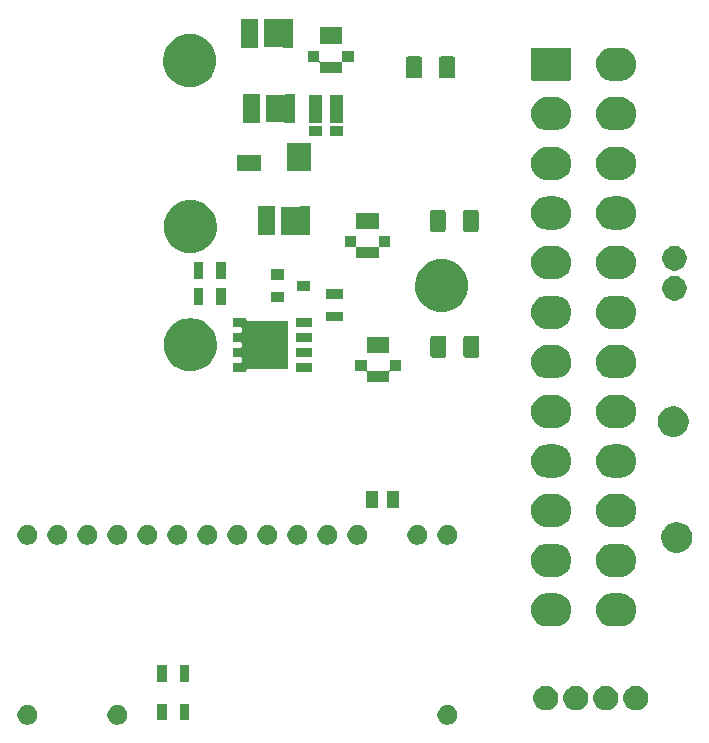
<source format=gbr>
G04 #@! TF.GenerationSoftware,KiCad,Pcbnew,(5.0.1)-rc2*
G04 #@! TF.CreationDate,2018-11-23T18:31:16-07:00*
G04 #@! TF.ProjectId,PowerSupply,506F776572537570706C792E6B696361,rev?*
G04 #@! TF.SameCoordinates,Original*
G04 #@! TF.FileFunction,Soldermask,Top*
G04 #@! TF.FilePolarity,Negative*
%FSLAX46Y46*%
G04 Gerber Fmt 4.6, Leading zero omitted, Abs format (unit mm)*
G04 Created by KiCad (PCBNEW (5.0.1)-rc2) date 11/23/2018 6:31:16 PM*
%MOMM*%
%LPD*%
G01*
G04 APERTURE LIST*
%ADD10C,0.100000*%
G04 APERTURE END LIST*
D10*
G36*
X191410560Y-145503079D02*
X191464552Y-145513819D01*
X191617131Y-145577019D01*
X191754449Y-145668772D01*
X191871228Y-145785551D01*
X191962981Y-145922869D01*
X192026181Y-146075448D01*
X192058400Y-146237425D01*
X192058400Y-146402575D01*
X192026181Y-146564552D01*
X191962981Y-146717131D01*
X191871228Y-146854449D01*
X191754449Y-146971228D01*
X191617131Y-147062981D01*
X191464552Y-147126181D01*
X191410560Y-147136921D01*
X191302577Y-147158400D01*
X191137423Y-147158400D01*
X191029440Y-147136921D01*
X190975448Y-147126181D01*
X190822869Y-147062981D01*
X190685551Y-146971228D01*
X190568772Y-146854449D01*
X190477019Y-146717131D01*
X190413819Y-146564552D01*
X190381600Y-146402575D01*
X190381600Y-146237425D01*
X190413819Y-146075448D01*
X190477019Y-145922869D01*
X190568772Y-145785551D01*
X190685551Y-145668772D01*
X190822869Y-145577019D01*
X190975448Y-145513819D01*
X191029440Y-145503079D01*
X191137423Y-145481600D01*
X191302577Y-145481600D01*
X191410560Y-145503079D01*
X191410560Y-145503079D01*
G37*
G36*
X199030560Y-145503079D02*
X199084552Y-145513819D01*
X199237131Y-145577019D01*
X199374449Y-145668772D01*
X199491228Y-145785551D01*
X199582981Y-145922869D01*
X199646181Y-146075448D01*
X199678400Y-146237425D01*
X199678400Y-146402575D01*
X199646181Y-146564552D01*
X199582981Y-146717131D01*
X199491228Y-146854449D01*
X199374449Y-146971228D01*
X199237131Y-147062981D01*
X199084552Y-147126181D01*
X199030560Y-147136921D01*
X198922577Y-147158400D01*
X198757423Y-147158400D01*
X198649440Y-147136921D01*
X198595448Y-147126181D01*
X198442869Y-147062981D01*
X198305551Y-146971228D01*
X198188772Y-146854449D01*
X198097019Y-146717131D01*
X198033819Y-146564552D01*
X198001600Y-146402575D01*
X198001600Y-146237425D01*
X198033819Y-146075448D01*
X198097019Y-145922869D01*
X198188772Y-145785551D01*
X198305551Y-145668772D01*
X198442869Y-145577019D01*
X198595448Y-145513819D01*
X198649440Y-145503079D01*
X198757423Y-145481600D01*
X198922577Y-145481600D01*
X199030560Y-145503079D01*
X199030560Y-145503079D01*
G37*
G36*
X226970560Y-145503079D02*
X227024552Y-145513819D01*
X227177131Y-145577019D01*
X227314449Y-145668772D01*
X227431228Y-145785551D01*
X227522981Y-145922869D01*
X227586181Y-146075448D01*
X227618400Y-146237425D01*
X227618400Y-146402575D01*
X227586181Y-146564552D01*
X227522981Y-146717131D01*
X227431228Y-146854449D01*
X227314449Y-146971228D01*
X227177131Y-147062981D01*
X227024552Y-147126181D01*
X226970560Y-147136921D01*
X226862577Y-147158400D01*
X226697423Y-147158400D01*
X226589440Y-147136921D01*
X226535448Y-147126181D01*
X226382869Y-147062981D01*
X226245551Y-146971228D01*
X226128772Y-146854449D01*
X226037019Y-146717131D01*
X225973819Y-146564552D01*
X225941600Y-146402575D01*
X225941600Y-146237425D01*
X225973819Y-146075448D01*
X226037019Y-145922869D01*
X226128772Y-145785551D01*
X226245551Y-145668772D01*
X226382869Y-145577019D01*
X226535448Y-145513819D01*
X226589440Y-145503079D01*
X226697423Y-145481600D01*
X226862577Y-145481600D01*
X226970560Y-145503079D01*
X226970560Y-145503079D01*
G37*
G36*
X204901000Y-146801000D02*
X204099000Y-146801000D01*
X204099000Y-145399000D01*
X204901000Y-145399000D01*
X204901000Y-146801000D01*
X204901000Y-146801000D01*
G37*
G36*
X203001000Y-146801000D02*
X202199000Y-146801000D01*
X202199000Y-145399000D01*
X203001000Y-145399000D01*
X203001000Y-146801000D01*
X203001000Y-146801000D01*
G37*
G36*
X240486165Y-143900540D02*
X240675689Y-143979043D01*
X240846255Y-144093012D01*
X240991308Y-144238065D01*
X241105277Y-144408631D01*
X241183780Y-144598155D01*
X241223800Y-144799350D01*
X241223800Y-145004490D01*
X241183780Y-145205685D01*
X241105277Y-145395209D01*
X240991308Y-145565775D01*
X240846255Y-145710828D01*
X240675689Y-145824797D01*
X240486165Y-145903300D01*
X240284970Y-145943320D01*
X240079830Y-145943320D01*
X239878635Y-145903300D01*
X239689111Y-145824797D01*
X239518545Y-145710828D01*
X239373492Y-145565775D01*
X239259523Y-145395209D01*
X239181020Y-145205685D01*
X239141000Y-145004490D01*
X239141000Y-144799350D01*
X239181020Y-144598155D01*
X239259523Y-144408631D01*
X239373492Y-144238065D01*
X239518545Y-144093012D01*
X239689111Y-143979043D01*
X239878635Y-143900540D01*
X240079830Y-143860520D01*
X240284970Y-143860520D01*
X240486165Y-143900540D01*
X240486165Y-143900540D01*
G37*
G36*
X243026165Y-143900540D02*
X243215689Y-143979043D01*
X243386255Y-144093012D01*
X243531308Y-144238065D01*
X243645277Y-144408631D01*
X243723780Y-144598155D01*
X243763800Y-144799350D01*
X243763800Y-145004490D01*
X243723780Y-145205685D01*
X243645277Y-145395209D01*
X243531308Y-145565775D01*
X243386255Y-145710828D01*
X243215689Y-145824797D01*
X243026165Y-145903300D01*
X242824970Y-145943320D01*
X242619830Y-145943320D01*
X242418635Y-145903300D01*
X242229111Y-145824797D01*
X242058545Y-145710828D01*
X241913492Y-145565775D01*
X241799523Y-145395209D01*
X241721020Y-145205685D01*
X241681000Y-145004490D01*
X241681000Y-144799350D01*
X241721020Y-144598155D01*
X241799523Y-144408631D01*
X241913492Y-144238065D01*
X242058545Y-144093012D01*
X242229111Y-143979043D01*
X242418635Y-143900540D01*
X242619830Y-143860520D01*
X242824970Y-143860520D01*
X243026165Y-143900540D01*
X243026165Y-143900540D01*
G37*
G36*
X237946165Y-143900540D02*
X238135689Y-143979043D01*
X238306255Y-144093012D01*
X238451308Y-144238065D01*
X238565277Y-144408631D01*
X238643780Y-144598155D01*
X238683800Y-144799350D01*
X238683800Y-145004490D01*
X238643780Y-145205685D01*
X238565277Y-145395209D01*
X238451308Y-145565775D01*
X238306255Y-145710828D01*
X238135689Y-145824797D01*
X237946165Y-145903300D01*
X237744970Y-145943320D01*
X237539830Y-145943320D01*
X237338635Y-145903300D01*
X237149111Y-145824797D01*
X236978545Y-145710828D01*
X236833492Y-145565775D01*
X236719523Y-145395209D01*
X236641020Y-145205685D01*
X236601000Y-145004490D01*
X236601000Y-144799350D01*
X236641020Y-144598155D01*
X236719523Y-144408631D01*
X236833492Y-144238065D01*
X236978545Y-144093012D01*
X237149111Y-143979043D01*
X237338635Y-143900540D01*
X237539830Y-143860520D01*
X237744970Y-143860520D01*
X237946165Y-143900540D01*
X237946165Y-143900540D01*
G37*
G36*
X235406165Y-143900540D02*
X235595689Y-143979043D01*
X235766255Y-144093012D01*
X235911308Y-144238065D01*
X236025277Y-144408631D01*
X236103780Y-144598155D01*
X236143800Y-144799350D01*
X236143800Y-145004490D01*
X236103780Y-145205685D01*
X236025277Y-145395209D01*
X235911308Y-145565775D01*
X235766255Y-145710828D01*
X235595689Y-145824797D01*
X235406165Y-145903300D01*
X235204970Y-145943320D01*
X234999830Y-145943320D01*
X234798635Y-145903300D01*
X234609111Y-145824797D01*
X234438545Y-145710828D01*
X234293492Y-145565775D01*
X234179523Y-145395209D01*
X234101020Y-145205685D01*
X234061000Y-145004490D01*
X234061000Y-144799350D01*
X234101020Y-144598155D01*
X234179523Y-144408631D01*
X234293492Y-144238065D01*
X234438545Y-144093012D01*
X234609111Y-143979043D01*
X234798635Y-143900540D01*
X234999830Y-143860520D01*
X235204970Y-143860520D01*
X235406165Y-143900540D01*
X235406165Y-143900540D01*
G37*
G36*
X204901000Y-143501000D02*
X204099000Y-143501000D01*
X204099000Y-142099000D01*
X204901000Y-142099000D01*
X204901000Y-143501000D01*
X204901000Y-143501000D01*
G37*
G36*
X203001000Y-143501000D02*
X202199000Y-143501000D01*
X202199000Y-142099000D01*
X203001000Y-142099000D01*
X203001000Y-143501000D01*
X203001000Y-143501000D01*
G37*
G36*
X241541491Y-136040856D02*
X241644404Y-136050992D01*
X241820463Y-136104399D01*
X241908494Y-136131103D01*
X241989622Y-136174467D01*
X242151880Y-136261195D01*
X242253019Y-136344199D01*
X242365210Y-136436270D01*
X242457281Y-136548461D01*
X242540285Y-136649600D01*
X242627013Y-136811858D01*
X242670377Y-136892986D01*
X242670377Y-136892987D01*
X242750488Y-137157076D01*
X242777538Y-137431720D01*
X242750488Y-137706364D01*
X242697081Y-137882423D01*
X242670377Y-137970454D01*
X242627013Y-138051582D01*
X242540285Y-138213840D01*
X242457281Y-138314979D01*
X242365210Y-138427170D01*
X242253019Y-138519241D01*
X242151880Y-138602245D01*
X241989622Y-138688973D01*
X241908494Y-138732337D01*
X241820463Y-138759041D01*
X241644404Y-138812448D01*
X241541491Y-138822584D01*
X241438580Y-138832720D01*
X240700940Y-138832720D01*
X240598029Y-138822584D01*
X240495116Y-138812448D01*
X240319057Y-138759041D01*
X240231026Y-138732337D01*
X240149898Y-138688973D01*
X239987640Y-138602245D01*
X239886501Y-138519241D01*
X239774310Y-138427170D01*
X239682239Y-138314979D01*
X239599235Y-138213840D01*
X239512507Y-138051582D01*
X239469143Y-137970454D01*
X239442439Y-137882423D01*
X239389032Y-137706364D01*
X239361982Y-137431720D01*
X239389032Y-137157076D01*
X239469143Y-136892987D01*
X239469143Y-136892986D01*
X239512507Y-136811858D01*
X239599235Y-136649600D01*
X239682239Y-136548461D01*
X239774310Y-136436270D01*
X239886501Y-136344199D01*
X239987640Y-136261195D01*
X240149898Y-136174467D01*
X240231026Y-136131103D01*
X240319057Y-136104399D01*
X240495116Y-136050992D01*
X240598029Y-136040856D01*
X240700940Y-136030720D01*
X241438580Y-136030720D01*
X241541491Y-136040856D01*
X241541491Y-136040856D01*
G37*
G36*
X236041491Y-136040856D02*
X236144404Y-136050992D01*
X236320463Y-136104399D01*
X236408494Y-136131103D01*
X236489622Y-136174467D01*
X236651880Y-136261195D01*
X236753019Y-136344199D01*
X236865210Y-136436270D01*
X236957281Y-136548461D01*
X237040285Y-136649600D01*
X237127013Y-136811858D01*
X237170377Y-136892986D01*
X237170377Y-136892987D01*
X237250488Y-137157076D01*
X237277538Y-137431720D01*
X237250488Y-137706364D01*
X237197081Y-137882423D01*
X237170377Y-137970454D01*
X237127013Y-138051582D01*
X237040285Y-138213840D01*
X236957281Y-138314979D01*
X236865210Y-138427170D01*
X236753019Y-138519241D01*
X236651880Y-138602245D01*
X236489622Y-138688973D01*
X236408494Y-138732337D01*
X236320463Y-138759041D01*
X236144404Y-138812448D01*
X236041491Y-138822584D01*
X235938580Y-138832720D01*
X235200940Y-138832720D01*
X235098029Y-138822584D01*
X234995116Y-138812448D01*
X234819057Y-138759041D01*
X234731026Y-138732337D01*
X234649898Y-138688973D01*
X234487640Y-138602245D01*
X234386501Y-138519241D01*
X234274310Y-138427170D01*
X234182239Y-138314979D01*
X234099235Y-138213840D01*
X234012507Y-138051582D01*
X233969143Y-137970454D01*
X233942439Y-137882423D01*
X233889032Y-137706364D01*
X233861982Y-137431720D01*
X233889032Y-137157076D01*
X233969143Y-136892987D01*
X233969143Y-136892986D01*
X234012507Y-136811858D01*
X234099235Y-136649600D01*
X234182239Y-136548461D01*
X234274310Y-136436270D01*
X234386501Y-136344199D01*
X234487640Y-136261195D01*
X234649898Y-136174467D01*
X234731026Y-136131103D01*
X234819057Y-136104399D01*
X234995116Y-136050992D01*
X235098029Y-136040856D01*
X235200940Y-136030720D01*
X235938580Y-136030720D01*
X236041491Y-136040856D01*
X236041491Y-136040856D01*
G37*
G36*
X241541491Y-131840856D02*
X241644404Y-131850992D01*
X241820463Y-131904399D01*
X241908494Y-131931103D01*
X241989622Y-131974467D01*
X242151880Y-132061195D01*
X242253019Y-132144199D01*
X242365210Y-132236270D01*
X242457281Y-132348461D01*
X242540285Y-132449600D01*
X242594486Y-132551004D01*
X242670377Y-132692986D01*
X242670377Y-132692987D01*
X242750488Y-132957076D01*
X242777538Y-133231720D01*
X242750488Y-133506364D01*
X242697081Y-133682423D01*
X242670377Y-133770454D01*
X242627013Y-133851582D01*
X242540285Y-134013840D01*
X242457281Y-134114979D01*
X242365210Y-134227170D01*
X242253019Y-134319241D01*
X242151880Y-134402245D01*
X241989622Y-134488973D01*
X241908494Y-134532337D01*
X241820463Y-134559041D01*
X241644404Y-134612448D01*
X241541491Y-134622584D01*
X241438580Y-134632720D01*
X240700940Y-134632720D01*
X240598029Y-134622584D01*
X240495116Y-134612448D01*
X240319057Y-134559041D01*
X240231026Y-134532337D01*
X240149898Y-134488973D01*
X239987640Y-134402245D01*
X239886501Y-134319241D01*
X239774310Y-134227170D01*
X239682239Y-134114979D01*
X239599235Y-134013840D01*
X239512507Y-133851582D01*
X239469143Y-133770454D01*
X239442439Y-133682423D01*
X239389032Y-133506364D01*
X239361982Y-133231720D01*
X239389032Y-132957076D01*
X239469143Y-132692987D01*
X239469143Y-132692986D01*
X239545034Y-132551004D01*
X239599235Y-132449600D01*
X239682239Y-132348461D01*
X239774310Y-132236270D01*
X239886501Y-132144199D01*
X239987640Y-132061195D01*
X240149898Y-131974467D01*
X240231026Y-131931103D01*
X240319057Y-131904399D01*
X240495116Y-131850992D01*
X240598029Y-131840856D01*
X240700940Y-131830720D01*
X241438580Y-131830720D01*
X241541491Y-131840856D01*
X241541491Y-131840856D01*
G37*
G36*
X236041491Y-131840856D02*
X236144404Y-131850992D01*
X236320463Y-131904399D01*
X236408494Y-131931103D01*
X236489622Y-131974467D01*
X236651880Y-132061195D01*
X236753019Y-132144199D01*
X236865210Y-132236270D01*
X236957281Y-132348461D01*
X237040285Y-132449600D01*
X237094486Y-132551004D01*
X237170377Y-132692986D01*
X237170377Y-132692987D01*
X237250488Y-132957076D01*
X237277538Y-133231720D01*
X237250488Y-133506364D01*
X237197081Y-133682423D01*
X237170377Y-133770454D01*
X237127013Y-133851582D01*
X237040285Y-134013840D01*
X236957281Y-134114979D01*
X236865210Y-134227170D01*
X236753019Y-134319241D01*
X236651880Y-134402245D01*
X236489622Y-134488973D01*
X236408494Y-134532337D01*
X236320463Y-134559041D01*
X236144404Y-134612448D01*
X236041491Y-134622584D01*
X235938580Y-134632720D01*
X235200940Y-134632720D01*
X235098029Y-134622584D01*
X234995116Y-134612448D01*
X234819057Y-134559041D01*
X234731026Y-134532337D01*
X234649898Y-134488973D01*
X234487640Y-134402245D01*
X234386501Y-134319241D01*
X234274310Y-134227170D01*
X234182239Y-134114979D01*
X234099235Y-134013840D01*
X234012507Y-133851582D01*
X233969143Y-133770454D01*
X233942439Y-133682423D01*
X233889032Y-133506364D01*
X233861982Y-133231720D01*
X233889032Y-132957076D01*
X233969143Y-132692987D01*
X233969143Y-132692986D01*
X234045034Y-132551004D01*
X234099235Y-132449600D01*
X234182239Y-132348461D01*
X234274310Y-132236270D01*
X234386501Y-132144199D01*
X234487640Y-132061195D01*
X234649898Y-131974467D01*
X234731026Y-131931103D01*
X234819057Y-131904399D01*
X234995116Y-131850992D01*
X235098029Y-131840856D01*
X235200940Y-131830720D01*
X235938580Y-131830720D01*
X236041491Y-131840856D01*
X236041491Y-131840856D01*
G37*
G36*
X246579485Y-130048996D02*
X246579487Y-130048997D01*
X246579488Y-130048997D01*
X246816255Y-130147069D01*
X247029342Y-130289449D01*
X247210551Y-130470658D01*
X247352931Y-130683745D01*
X247451004Y-130920515D01*
X247501000Y-131171861D01*
X247501000Y-131428139D01*
X247463941Y-131614449D01*
X247451003Y-131679488D01*
X247391567Y-131822980D01*
X247352931Y-131916255D01*
X247210551Y-132129342D01*
X247029342Y-132310551D01*
X247029339Y-132310553D01*
X246816255Y-132452931D01*
X246579488Y-132551003D01*
X246579487Y-132551003D01*
X246579485Y-132551004D01*
X246328139Y-132601000D01*
X246071861Y-132601000D01*
X245820515Y-132551004D01*
X245820513Y-132551003D01*
X245820512Y-132551003D01*
X245583745Y-132452931D01*
X245370661Y-132310553D01*
X245370658Y-132310551D01*
X245189449Y-132129342D01*
X245047069Y-131916255D01*
X245008433Y-131822980D01*
X244948997Y-131679488D01*
X244936060Y-131614449D01*
X244899000Y-131428139D01*
X244899000Y-131171861D01*
X244948996Y-130920515D01*
X245047069Y-130683745D01*
X245189449Y-130470658D01*
X245370658Y-130289449D01*
X245583745Y-130147069D01*
X245820512Y-130048997D01*
X245820513Y-130048997D01*
X245820515Y-130048996D01*
X246071861Y-129999000D01*
X246328139Y-129999000D01*
X246579485Y-130048996D01*
X246579485Y-130048996D01*
G37*
G36*
X216810560Y-130263079D02*
X216864552Y-130273819D01*
X217017131Y-130337019D01*
X217154449Y-130428772D01*
X217271228Y-130545551D01*
X217362981Y-130682869D01*
X217426181Y-130835448D01*
X217458400Y-130997425D01*
X217458400Y-131162575D01*
X217426181Y-131324552D01*
X217362981Y-131477131D01*
X217271228Y-131614449D01*
X217154449Y-131731228D01*
X217017131Y-131822981D01*
X216864552Y-131886181D01*
X216810560Y-131896921D01*
X216702577Y-131918400D01*
X216537423Y-131918400D01*
X216429440Y-131896921D01*
X216375448Y-131886181D01*
X216222869Y-131822981D01*
X216085551Y-131731228D01*
X215968772Y-131614449D01*
X215877019Y-131477131D01*
X215813819Y-131324552D01*
X215781600Y-131162575D01*
X215781600Y-130997425D01*
X215813819Y-130835448D01*
X215877019Y-130682869D01*
X215968772Y-130545551D01*
X216085551Y-130428772D01*
X216222869Y-130337019D01*
X216375448Y-130273819D01*
X216429440Y-130263079D01*
X216537423Y-130241600D01*
X216702577Y-130241600D01*
X216810560Y-130263079D01*
X216810560Y-130263079D01*
G37*
G36*
X226970560Y-130263079D02*
X227024552Y-130273819D01*
X227177131Y-130337019D01*
X227314449Y-130428772D01*
X227431228Y-130545551D01*
X227522981Y-130682869D01*
X227586181Y-130835448D01*
X227618400Y-130997425D01*
X227618400Y-131162575D01*
X227586181Y-131324552D01*
X227522981Y-131477131D01*
X227431228Y-131614449D01*
X227314449Y-131731228D01*
X227177131Y-131822981D01*
X227024552Y-131886181D01*
X226970560Y-131896921D01*
X226862577Y-131918400D01*
X226697423Y-131918400D01*
X226589440Y-131896921D01*
X226535448Y-131886181D01*
X226382869Y-131822981D01*
X226245551Y-131731228D01*
X226128772Y-131614449D01*
X226037019Y-131477131D01*
X225973819Y-131324552D01*
X225941600Y-131162575D01*
X225941600Y-130997425D01*
X225973819Y-130835448D01*
X226037019Y-130682869D01*
X226128772Y-130545551D01*
X226245551Y-130428772D01*
X226382869Y-130337019D01*
X226535448Y-130273819D01*
X226589440Y-130263079D01*
X226697423Y-130241600D01*
X226862577Y-130241600D01*
X226970560Y-130263079D01*
X226970560Y-130263079D01*
G37*
G36*
X224430560Y-130263079D02*
X224484552Y-130273819D01*
X224637131Y-130337019D01*
X224774449Y-130428772D01*
X224891228Y-130545551D01*
X224982981Y-130682869D01*
X225046181Y-130835448D01*
X225078400Y-130997425D01*
X225078400Y-131162575D01*
X225046181Y-131324552D01*
X224982981Y-131477131D01*
X224891228Y-131614449D01*
X224774449Y-131731228D01*
X224637131Y-131822981D01*
X224484552Y-131886181D01*
X224430560Y-131896921D01*
X224322577Y-131918400D01*
X224157423Y-131918400D01*
X224049440Y-131896921D01*
X223995448Y-131886181D01*
X223842869Y-131822981D01*
X223705551Y-131731228D01*
X223588772Y-131614449D01*
X223497019Y-131477131D01*
X223433819Y-131324552D01*
X223401600Y-131162575D01*
X223401600Y-130997425D01*
X223433819Y-130835448D01*
X223497019Y-130682869D01*
X223588772Y-130545551D01*
X223705551Y-130428772D01*
X223842869Y-130337019D01*
X223995448Y-130273819D01*
X224049440Y-130263079D01*
X224157423Y-130241600D01*
X224322577Y-130241600D01*
X224430560Y-130263079D01*
X224430560Y-130263079D01*
G37*
G36*
X219350560Y-130263079D02*
X219404552Y-130273819D01*
X219557131Y-130337019D01*
X219694449Y-130428772D01*
X219811228Y-130545551D01*
X219902981Y-130682869D01*
X219966181Y-130835448D01*
X219998400Y-130997425D01*
X219998400Y-131162575D01*
X219966181Y-131324552D01*
X219902981Y-131477131D01*
X219811228Y-131614449D01*
X219694449Y-131731228D01*
X219557131Y-131822981D01*
X219404552Y-131886181D01*
X219350560Y-131896921D01*
X219242577Y-131918400D01*
X219077423Y-131918400D01*
X218969440Y-131896921D01*
X218915448Y-131886181D01*
X218762869Y-131822981D01*
X218625551Y-131731228D01*
X218508772Y-131614449D01*
X218417019Y-131477131D01*
X218353819Y-131324552D01*
X218321600Y-131162575D01*
X218321600Y-130997425D01*
X218353819Y-130835448D01*
X218417019Y-130682869D01*
X218508772Y-130545551D01*
X218625551Y-130428772D01*
X218762869Y-130337019D01*
X218915448Y-130273819D01*
X218969440Y-130263079D01*
X219077423Y-130241600D01*
X219242577Y-130241600D01*
X219350560Y-130263079D01*
X219350560Y-130263079D01*
G37*
G36*
X214270560Y-130263079D02*
X214324552Y-130273819D01*
X214477131Y-130337019D01*
X214614449Y-130428772D01*
X214731228Y-130545551D01*
X214822981Y-130682869D01*
X214886181Y-130835448D01*
X214918400Y-130997425D01*
X214918400Y-131162575D01*
X214886181Y-131324552D01*
X214822981Y-131477131D01*
X214731228Y-131614449D01*
X214614449Y-131731228D01*
X214477131Y-131822981D01*
X214324552Y-131886181D01*
X214270560Y-131896921D01*
X214162577Y-131918400D01*
X213997423Y-131918400D01*
X213889440Y-131896921D01*
X213835448Y-131886181D01*
X213682869Y-131822981D01*
X213545551Y-131731228D01*
X213428772Y-131614449D01*
X213337019Y-131477131D01*
X213273819Y-131324552D01*
X213241600Y-131162575D01*
X213241600Y-130997425D01*
X213273819Y-130835448D01*
X213337019Y-130682869D01*
X213428772Y-130545551D01*
X213545551Y-130428772D01*
X213682869Y-130337019D01*
X213835448Y-130273819D01*
X213889440Y-130263079D01*
X213997423Y-130241600D01*
X214162577Y-130241600D01*
X214270560Y-130263079D01*
X214270560Y-130263079D01*
G37*
G36*
X191410560Y-130263079D02*
X191464552Y-130273819D01*
X191617131Y-130337019D01*
X191754449Y-130428772D01*
X191871228Y-130545551D01*
X191962981Y-130682869D01*
X192026181Y-130835448D01*
X192058400Y-130997425D01*
X192058400Y-131162575D01*
X192026181Y-131324552D01*
X191962981Y-131477131D01*
X191871228Y-131614449D01*
X191754449Y-131731228D01*
X191617131Y-131822981D01*
X191464552Y-131886181D01*
X191410560Y-131896921D01*
X191302577Y-131918400D01*
X191137423Y-131918400D01*
X191029440Y-131896921D01*
X190975448Y-131886181D01*
X190822869Y-131822981D01*
X190685551Y-131731228D01*
X190568772Y-131614449D01*
X190477019Y-131477131D01*
X190413819Y-131324552D01*
X190381600Y-131162575D01*
X190381600Y-130997425D01*
X190413819Y-130835448D01*
X190477019Y-130682869D01*
X190568772Y-130545551D01*
X190685551Y-130428772D01*
X190822869Y-130337019D01*
X190975448Y-130273819D01*
X191029440Y-130263079D01*
X191137423Y-130241600D01*
X191302577Y-130241600D01*
X191410560Y-130263079D01*
X191410560Y-130263079D01*
G37*
G36*
X193950560Y-130263079D02*
X194004552Y-130273819D01*
X194157131Y-130337019D01*
X194294449Y-130428772D01*
X194411228Y-130545551D01*
X194502981Y-130682869D01*
X194566181Y-130835448D01*
X194598400Y-130997425D01*
X194598400Y-131162575D01*
X194566181Y-131324552D01*
X194502981Y-131477131D01*
X194411228Y-131614449D01*
X194294449Y-131731228D01*
X194157131Y-131822981D01*
X194004552Y-131886181D01*
X193950560Y-131896921D01*
X193842577Y-131918400D01*
X193677423Y-131918400D01*
X193569440Y-131896921D01*
X193515448Y-131886181D01*
X193362869Y-131822981D01*
X193225551Y-131731228D01*
X193108772Y-131614449D01*
X193017019Y-131477131D01*
X192953819Y-131324552D01*
X192921600Y-131162575D01*
X192921600Y-130997425D01*
X192953819Y-130835448D01*
X193017019Y-130682869D01*
X193108772Y-130545551D01*
X193225551Y-130428772D01*
X193362869Y-130337019D01*
X193515448Y-130273819D01*
X193569440Y-130263079D01*
X193677423Y-130241600D01*
X193842577Y-130241600D01*
X193950560Y-130263079D01*
X193950560Y-130263079D01*
G37*
G36*
X199030560Y-130263079D02*
X199084552Y-130273819D01*
X199237131Y-130337019D01*
X199374449Y-130428772D01*
X199491228Y-130545551D01*
X199582981Y-130682869D01*
X199646181Y-130835448D01*
X199678400Y-130997425D01*
X199678400Y-131162575D01*
X199646181Y-131324552D01*
X199582981Y-131477131D01*
X199491228Y-131614449D01*
X199374449Y-131731228D01*
X199237131Y-131822981D01*
X199084552Y-131886181D01*
X199030560Y-131896921D01*
X198922577Y-131918400D01*
X198757423Y-131918400D01*
X198649440Y-131896921D01*
X198595448Y-131886181D01*
X198442869Y-131822981D01*
X198305551Y-131731228D01*
X198188772Y-131614449D01*
X198097019Y-131477131D01*
X198033819Y-131324552D01*
X198001600Y-131162575D01*
X198001600Y-130997425D01*
X198033819Y-130835448D01*
X198097019Y-130682869D01*
X198188772Y-130545551D01*
X198305551Y-130428772D01*
X198442869Y-130337019D01*
X198595448Y-130273819D01*
X198649440Y-130263079D01*
X198757423Y-130241600D01*
X198922577Y-130241600D01*
X199030560Y-130263079D01*
X199030560Y-130263079D01*
G37*
G36*
X201570560Y-130263079D02*
X201624552Y-130273819D01*
X201777131Y-130337019D01*
X201914449Y-130428772D01*
X202031228Y-130545551D01*
X202122981Y-130682869D01*
X202186181Y-130835448D01*
X202218400Y-130997425D01*
X202218400Y-131162575D01*
X202186181Y-131324552D01*
X202122981Y-131477131D01*
X202031228Y-131614449D01*
X201914449Y-131731228D01*
X201777131Y-131822981D01*
X201624552Y-131886181D01*
X201570560Y-131896921D01*
X201462577Y-131918400D01*
X201297423Y-131918400D01*
X201189440Y-131896921D01*
X201135448Y-131886181D01*
X200982869Y-131822981D01*
X200845551Y-131731228D01*
X200728772Y-131614449D01*
X200637019Y-131477131D01*
X200573819Y-131324552D01*
X200541600Y-131162575D01*
X200541600Y-130997425D01*
X200573819Y-130835448D01*
X200637019Y-130682869D01*
X200728772Y-130545551D01*
X200845551Y-130428772D01*
X200982869Y-130337019D01*
X201135448Y-130273819D01*
X201189440Y-130263079D01*
X201297423Y-130241600D01*
X201462577Y-130241600D01*
X201570560Y-130263079D01*
X201570560Y-130263079D01*
G37*
G36*
X204110560Y-130263079D02*
X204164552Y-130273819D01*
X204317131Y-130337019D01*
X204454449Y-130428772D01*
X204571228Y-130545551D01*
X204662981Y-130682869D01*
X204726181Y-130835448D01*
X204758400Y-130997425D01*
X204758400Y-131162575D01*
X204726181Y-131324552D01*
X204662981Y-131477131D01*
X204571228Y-131614449D01*
X204454449Y-131731228D01*
X204317131Y-131822981D01*
X204164552Y-131886181D01*
X204110560Y-131896921D01*
X204002577Y-131918400D01*
X203837423Y-131918400D01*
X203729440Y-131896921D01*
X203675448Y-131886181D01*
X203522869Y-131822981D01*
X203385551Y-131731228D01*
X203268772Y-131614449D01*
X203177019Y-131477131D01*
X203113819Y-131324552D01*
X203081600Y-131162575D01*
X203081600Y-130997425D01*
X203113819Y-130835448D01*
X203177019Y-130682869D01*
X203268772Y-130545551D01*
X203385551Y-130428772D01*
X203522869Y-130337019D01*
X203675448Y-130273819D01*
X203729440Y-130263079D01*
X203837423Y-130241600D01*
X204002577Y-130241600D01*
X204110560Y-130263079D01*
X204110560Y-130263079D01*
G37*
G36*
X209190560Y-130263079D02*
X209244552Y-130273819D01*
X209397131Y-130337019D01*
X209534449Y-130428772D01*
X209651228Y-130545551D01*
X209742981Y-130682869D01*
X209806181Y-130835448D01*
X209838400Y-130997425D01*
X209838400Y-131162575D01*
X209806181Y-131324552D01*
X209742981Y-131477131D01*
X209651228Y-131614449D01*
X209534449Y-131731228D01*
X209397131Y-131822981D01*
X209244552Y-131886181D01*
X209190560Y-131896921D01*
X209082577Y-131918400D01*
X208917423Y-131918400D01*
X208809440Y-131896921D01*
X208755448Y-131886181D01*
X208602869Y-131822981D01*
X208465551Y-131731228D01*
X208348772Y-131614449D01*
X208257019Y-131477131D01*
X208193819Y-131324552D01*
X208161600Y-131162575D01*
X208161600Y-130997425D01*
X208193819Y-130835448D01*
X208257019Y-130682869D01*
X208348772Y-130545551D01*
X208465551Y-130428772D01*
X208602869Y-130337019D01*
X208755448Y-130273819D01*
X208809440Y-130263079D01*
X208917423Y-130241600D01*
X209082577Y-130241600D01*
X209190560Y-130263079D01*
X209190560Y-130263079D01*
G37*
G36*
X206650560Y-130263079D02*
X206704552Y-130273819D01*
X206857131Y-130337019D01*
X206994449Y-130428772D01*
X207111228Y-130545551D01*
X207202981Y-130682869D01*
X207266181Y-130835448D01*
X207298400Y-130997425D01*
X207298400Y-131162575D01*
X207266181Y-131324552D01*
X207202981Y-131477131D01*
X207111228Y-131614449D01*
X206994449Y-131731228D01*
X206857131Y-131822981D01*
X206704552Y-131886181D01*
X206650560Y-131896921D01*
X206542577Y-131918400D01*
X206377423Y-131918400D01*
X206269440Y-131896921D01*
X206215448Y-131886181D01*
X206062869Y-131822981D01*
X205925551Y-131731228D01*
X205808772Y-131614449D01*
X205717019Y-131477131D01*
X205653819Y-131324552D01*
X205621600Y-131162575D01*
X205621600Y-130997425D01*
X205653819Y-130835448D01*
X205717019Y-130682869D01*
X205808772Y-130545551D01*
X205925551Y-130428772D01*
X206062869Y-130337019D01*
X206215448Y-130273819D01*
X206269440Y-130263079D01*
X206377423Y-130241600D01*
X206542577Y-130241600D01*
X206650560Y-130263079D01*
X206650560Y-130263079D01*
G37*
G36*
X211730560Y-130263079D02*
X211784552Y-130273819D01*
X211937131Y-130337019D01*
X212074449Y-130428772D01*
X212191228Y-130545551D01*
X212282981Y-130682869D01*
X212346181Y-130835448D01*
X212378400Y-130997425D01*
X212378400Y-131162575D01*
X212346181Y-131324552D01*
X212282981Y-131477131D01*
X212191228Y-131614449D01*
X212074449Y-131731228D01*
X211937131Y-131822981D01*
X211784552Y-131886181D01*
X211730560Y-131896921D01*
X211622577Y-131918400D01*
X211457423Y-131918400D01*
X211349440Y-131896921D01*
X211295448Y-131886181D01*
X211142869Y-131822981D01*
X211005551Y-131731228D01*
X210888772Y-131614449D01*
X210797019Y-131477131D01*
X210733819Y-131324552D01*
X210701600Y-131162575D01*
X210701600Y-130997425D01*
X210733819Y-130835448D01*
X210797019Y-130682869D01*
X210888772Y-130545551D01*
X211005551Y-130428772D01*
X211142869Y-130337019D01*
X211295448Y-130273819D01*
X211349440Y-130263079D01*
X211457423Y-130241600D01*
X211622577Y-130241600D01*
X211730560Y-130263079D01*
X211730560Y-130263079D01*
G37*
G36*
X196490560Y-130263079D02*
X196544552Y-130273819D01*
X196697131Y-130337019D01*
X196834449Y-130428772D01*
X196951228Y-130545551D01*
X197042981Y-130682869D01*
X197106181Y-130835448D01*
X197138400Y-130997425D01*
X197138400Y-131162575D01*
X197106181Y-131324552D01*
X197042981Y-131477131D01*
X196951228Y-131614449D01*
X196834449Y-131731228D01*
X196697131Y-131822981D01*
X196544552Y-131886181D01*
X196490560Y-131896921D01*
X196382577Y-131918400D01*
X196217423Y-131918400D01*
X196109440Y-131896921D01*
X196055448Y-131886181D01*
X195902869Y-131822981D01*
X195765551Y-131731228D01*
X195648772Y-131614449D01*
X195557019Y-131477131D01*
X195493819Y-131324552D01*
X195461600Y-131162575D01*
X195461600Y-130997425D01*
X195493819Y-130835448D01*
X195557019Y-130682869D01*
X195648772Y-130545551D01*
X195765551Y-130428772D01*
X195902869Y-130337019D01*
X196055448Y-130273819D01*
X196109440Y-130263079D01*
X196217423Y-130241600D01*
X196382577Y-130241600D01*
X196490560Y-130263079D01*
X196490560Y-130263079D01*
G37*
G36*
X241541491Y-127640856D02*
X241644404Y-127650992D01*
X241820463Y-127704399D01*
X241908494Y-127731103D01*
X241989622Y-127774467D01*
X242151880Y-127861195D01*
X242253019Y-127944199D01*
X242365210Y-128036270D01*
X242457281Y-128148461D01*
X242540285Y-128249600D01*
X242627013Y-128411858D01*
X242670377Y-128492986D01*
X242670377Y-128492987D01*
X242750488Y-128757076D01*
X242777538Y-129031720D01*
X242750488Y-129306364D01*
X242697081Y-129482423D01*
X242670377Y-129570454D01*
X242627013Y-129651582D01*
X242540285Y-129813840D01*
X242457281Y-129914979D01*
X242365210Y-130027170D01*
X242253019Y-130119241D01*
X242151880Y-130202245D01*
X242017973Y-130273819D01*
X241908494Y-130332337D01*
X241820463Y-130359041D01*
X241644404Y-130412448D01*
X241541491Y-130422584D01*
X241438580Y-130432720D01*
X240700940Y-130432720D01*
X240598029Y-130422584D01*
X240495116Y-130412448D01*
X240319057Y-130359041D01*
X240231026Y-130332337D01*
X240121547Y-130273819D01*
X239987640Y-130202245D01*
X239886501Y-130119241D01*
X239774310Y-130027170D01*
X239682239Y-129914979D01*
X239599235Y-129813840D01*
X239512507Y-129651582D01*
X239469143Y-129570454D01*
X239442439Y-129482423D01*
X239389032Y-129306364D01*
X239361982Y-129031720D01*
X239389032Y-128757076D01*
X239469143Y-128492987D01*
X239469143Y-128492986D01*
X239512507Y-128411858D01*
X239599235Y-128249600D01*
X239682239Y-128148461D01*
X239774310Y-128036270D01*
X239886501Y-127944199D01*
X239987640Y-127861195D01*
X240149898Y-127774467D01*
X240231026Y-127731103D01*
X240319057Y-127704399D01*
X240495116Y-127650992D01*
X240598029Y-127640856D01*
X240700940Y-127630720D01*
X241438580Y-127630720D01*
X241541491Y-127640856D01*
X241541491Y-127640856D01*
G37*
G36*
X236041491Y-127640856D02*
X236144404Y-127650992D01*
X236320463Y-127704399D01*
X236408494Y-127731103D01*
X236489622Y-127774467D01*
X236651880Y-127861195D01*
X236753019Y-127944199D01*
X236865210Y-128036270D01*
X236957281Y-128148461D01*
X237040285Y-128249600D01*
X237127013Y-128411858D01*
X237170377Y-128492986D01*
X237170377Y-128492987D01*
X237250488Y-128757076D01*
X237277538Y-129031720D01*
X237250488Y-129306364D01*
X237197081Y-129482423D01*
X237170377Y-129570454D01*
X237127013Y-129651582D01*
X237040285Y-129813840D01*
X236957281Y-129914979D01*
X236865210Y-130027170D01*
X236753019Y-130119241D01*
X236651880Y-130202245D01*
X236517973Y-130273819D01*
X236408494Y-130332337D01*
X236320463Y-130359041D01*
X236144404Y-130412448D01*
X236041491Y-130422584D01*
X235938580Y-130432720D01*
X235200940Y-130432720D01*
X235098029Y-130422584D01*
X234995116Y-130412448D01*
X234819057Y-130359041D01*
X234731026Y-130332337D01*
X234621547Y-130273819D01*
X234487640Y-130202245D01*
X234386501Y-130119241D01*
X234274310Y-130027170D01*
X234182239Y-129914979D01*
X234099235Y-129813840D01*
X234012507Y-129651582D01*
X233969143Y-129570454D01*
X233942439Y-129482423D01*
X233889032Y-129306364D01*
X233861982Y-129031720D01*
X233889032Y-128757076D01*
X233969143Y-128492987D01*
X233969143Y-128492986D01*
X234012507Y-128411858D01*
X234099235Y-128249600D01*
X234182239Y-128148461D01*
X234274310Y-128036270D01*
X234386501Y-127944199D01*
X234487640Y-127861195D01*
X234649898Y-127774467D01*
X234731026Y-127731103D01*
X234819057Y-127704399D01*
X234995116Y-127650992D01*
X235098029Y-127640856D01*
X235200940Y-127630720D01*
X235938580Y-127630720D01*
X236041491Y-127640856D01*
X236041491Y-127640856D01*
G37*
G36*
X220902060Y-128801040D02*
X219901300Y-128801040D01*
X219901300Y-127398960D01*
X220902060Y-127398960D01*
X220902060Y-128801040D01*
X220902060Y-128801040D01*
G37*
G36*
X222700380Y-128801040D02*
X221699620Y-128801040D01*
X221699620Y-127398960D01*
X222700380Y-127398960D01*
X222700380Y-128801040D01*
X222700380Y-128801040D01*
G37*
G36*
X236041491Y-123440856D02*
X236144404Y-123450992D01*
X236320463Y-123504399D01*
X236408494Y-123531103D01*
X236489622Y-123574467D01*
X236651880Y-123661195D01*
X236753019Y-123744199D01*
X236865210Y-123836270D01*
X236957281Y-123948461D01*
X237040285Y-124049600D01*
X237127013Y-124211858D01*
X237170377Y-124292986D01*
X237170377Y-124292987D01*
X237250488Y-124557076D01*
X237277538Y-124831720D01*
X237250488Y-125106364D01*
X237197081Y-125282423D01*
X237170377Y-125370454D01*
X237127013Y-125451582D01*
X237040285Y-125613840D01*
X236957281Y-125714979D01*
X236865210Y-125827170D01*
X236753019Y-125919241D01*
X236651880Y-126002245D01*
X236489622Y-126088973D01*
X236408494Y-126132337D01*
X236320463Y-126159041D01*
X236144404Y-126212448D01*
X236041491Y-126222584D01*
X235938580Y-126232720D01*
X235200940Y-126232720D01*
X235098029Y-126222584D01*
X234995116Y-126212448D01*
X234819057Y-126159041D01*
X234731026Y-126132337D01*
X234649898Y-126088973D01*
X234487640Y-126002245D01*
X234386501Y-125919241D01*
X234274310Y-125827170D01*
X234182239Y-125714979D01*
X234099235Y-125613840D01*
X234012507Y-125451582D01*
X233969143Y-125370454D01*
X233942439Y-125282423D01*
X233889032Y-125106364D01*
X233861982Y-124831720D01*
X233889032Y-124557076D01*
X233969143Y-124292987D01*
X233969143Y-124292986D01*
X234012507Y-124211858D01*
X234099235Y-124049600D01*
X234182239Y-123948461D01*
X234274310Y-123836270D01*
X234386501Y-123744199D01*
X234487640Y-123661195D01*
X234649898Y-123574467D01*
X234731026Y-123531103D01*
X234819057Y-123504399D01*
X234995116Y-123450992D01*
X235098029Y-123440856D01*
X235200940Y-123430720D01*
X235938580Y-123430720D01*
X236041491Y-123440856D01*
X236041491Y-123440856D01*
G37*
G36*
X241541491Y-123440856D02*
X241644404Y-123450992D01*
X241820463Y-123504399D01*
X241908494Y-123531103D01*
X241989622Y-123574467D01*
X242151880Y-123661195D01*
X242253019Y-123744199D01*
X242365210Y-123836270D01*
X242457281Y-123948461D01*
X242540285Y-124049600D01*
X242627013Y-124211858D01*
X242670377Y-124292986D01*
X242670377Y-124292987D01*
X242750488Y-124557076D01*
X242777538Y-124831720D01*
X242750488Y-125106364D01*
X242697081Y-125282423D01*
X242670377Y-125370454D01*
X242627013Y-125451582D01*
X242540285Y-125613840D01*
X242457281Y-125714979D01*
X242365210Y-125827170D01*
X242253019Y-125919241D01*
X242151880Y-126002245D01*
X241989622Y-126088973D01*
X241908494Y-126132337D01*
X241820463Y-126159041D01*
X241644404Y-126212448D01*
X241541491Y-126222584D01*
X241438580Y-126232720D01*
X240700940Y-126232720D01*
X240598029Y-126222584D01*
X240495116Y-126212448D01*
X240319057Y-126159041D01*
X240231026Y-126132337D01*
X240149898Y-126088973D01*
X239987640Y-126002245D01*
X239886501Y-125919241D01*
X239774310Y-125827170D01*
X239682239Y-125714979D01*
X239599235Y-125613840D01*
X239512507Y-125451582D01*
X239469143Y-125370454D01*
X239442439Y-125282423D01*
X239389032Y-125106364D01*
X239361982Y-124831720D01*
X239389032Y-124557076D01*
X239469143Y-124292987D01*
X239469143Y-124292986D01*
X239512507Y-124211858D01*
X239599235Y-124049600D01*
X239682239Y-123948461D01*
X239774310Y-123836270D01*
X239886501Y-123744199D01*
X239987640Y-123661195D01*
X240149898Y-123574467D01*
X240231026Y-123531103D01*
X240319057Y-123504399D01*
X240495116Y-123450992D01*
X240598029Y-123440856D01*
X240700940Y-123430720D01*
X241438580Y-123430720D01*
X241541491Y-123440856D01*
X241541491Y-123440856D01*
G37*
G36*
X246279485Y-120248996D02*
X246279487Y-120248997D01*
X246279488Y-120248997D01*
X246516255Y-120347069D01*
X246729342Y-120489449D01*
X246910551Y-120670658D01*
X247052931Y-120883745D01*
X247151004Y-121120515D01*
X247201000Y-121371861D01*
X247201000Y-121628139D01*
X247151004Y-121879485D01*
X247052931Y-122116255D01*
X246910551Y-122329342D01*
X246729342Y-122510551D01*
X246729339Y-122510553D01*
X246516255Y-122652931D01*
X246279488Y-122751003D01*
X246279487Y-122751003D01*
X246279485Y-122751004D01*
X246028139Y-122801000D01*
X245771861Y-122801000D01*
X245520515Y-122751004D01*
X245520513Y-122751003D01*
X245520512Y-122751003D01*
X245283745Y-122652931D01*
X245070661Y-122510553D01*
X245070658Y-122510551D01*
X244889449Y-122329342D01*
X244747069Y-122116255D01*
X244648996Y-121879485D01*
X244599000Y-121628139D01*
X244599000Y-121371861D01*
X244648996Y-121120515D01*
X244747069Y-120883745D01*
X244889449Y-120670658D01*
X245070658Y-120489449D01*
X245283745Y-120347069D01*
X245520512Y-120248997D01*
X245520513Y-120248997D01*
X245520515Y-120248996D01*
X245771861Y-120199000D01*
X246028139Y-120199000D01*
X246279485Y-120248996D01*
X246279485Y-120248996D01*
G37*
G36*
X236041491Y-119240856D02*
X236144404Y-119250992D01*
X236320463Y-119304399D01*
X236408494Y-119331103D01*
X236489622Y-119374467D01*
X236651880Y-119461195D01*
X236753019Y-119544199D01*
X236865210Y-119636270D01*
X236957281Y-119748461D01*
X237040285Y-119849600D01*
X237127013Y-120011858D01*
X237170377Y-120092986D01*
X237170377Y-120092987D01*
X237250488Y-120357076D01*
X237277538Y-120631720D01*
X237250488Y-120906364D01*
X237197081Y-121082423D01*
X237170377Y-121170454D01*
X237127013Y-121251582D01*
X237040285Y-121413840D01*
X236957281Y-121514979D01*
X236865210Y-121627170D01*
X236753019Y-121719241D01*
X236651880Y-121802245D01*
X236507373Y-121879485D01*
X236408494Y-121932337D01*
X236320463Y-121959041D01*
X236144404Y-122012448D01*
X236041491Y-122022584D01*
X235938580Y-122032720D01*
X235200940Y-122032720D01*
X235098029Y-122022584D01*
X234995116Y-122012448D01*
X234819057Y-121959041D01*
X234731026Y-121932337D01*
X234632147Y-121879485D01*
X234487640Y-121802245D01*
X234386501Y-121719241D01*
X234274310Y-121627170D01*
X234182239Y-121514979D01*
X234099235Y-121413840D01*
X234012507Y-121251582D01*
X233969143Y-121170454D01*
X233942439Y-121082423D01*
X233889032Y-120906364D01*
X233861982Y-120631720D01*
X233889032Y-120357076D01*
X233969143Y-120092987D01*
X233969143Y-120092986D01*
X234012507Y-120011858D01*
X234099235Y-119849600D01*
X234182239Y-119748461D01*
X234274310Y-119636270D01*
X234386501Y-119544199D01*
X234487640Y-119461195D01*
X234649898Y-119374467D01*
X234731026Y-119331103D01*
X234819057Y-119304399D01*
X234995116Y-119250992D01*
X235098029Y-119240856D01*
X235200940Y-119230720D01*
X235938580Y-119230720D01*
X236041491Y-119240856D01*
X236041491Y-119240856D01*
G37*
G36*
X241541491Y-119240856D02*
X241644404Y-119250992D01*
X241820463Y-119304399D01*
X241908494Y-119331103D01*
X241989622Y-119374467D01*
X242151880Y-119461195D01*
X242253019Y-119544199D01*
X242365210Y-119636270D01*
X242457281Y-119748461D01*
X242540285Y-119849600D01*
X242627013Y-120011858D01*
X242670377Y-120092986D01*
X242670377Y-120092987D01*
X242750488Y-120357076D01*
X242777538Y-120631720D01*
X242750488Y-120906364D01*
X242697081Y-121082423D01*
X242670377Y-121170454D01*
X242627013Y-121251582D01*
X242540285Y-121413840D01*
X242457281Y-121514979D01*
X242365210Y-121627170D01*
X242253019Y-121719241D01*
X242151880Y-121802245D01*
X242007373Y-121879485D01*
X241908494Y-121932337D01*
X241820463Y-121959041D01*
X241644404Y-122012448D01*
X241541491Y-122022584D01*
X241438580Y-122032720D01*
X240700940Y-122032720D01*
X240598029Y-122022584D01*
X240495116Y-122012448D01*
X240319057Y-121959041D01*
X240231026Y-121932337D01*
X240132147Y-121879485D01*
X239987640Y-121802245D01*
X239886501Y-121719241D01*
X239774310Y-121627170D01*
X239682239Y-121514979D01*
X239599235Y-121413840D01*
X239512507Y-121251582D01*
X239469143Y-121170454D01*
X239442439Y-121082423D01*
X239389032Y-120906364D01*
X239361982Y-120631720D01*
X239389032Y-120357076D01*
X239469143Y-120092987D01*
X239469143Y-120092986D01*
X239512507Y-120011858D01*
X239599235Y-119849600D01*
X239682239Y-119748461D01*
X239774310Y-119636270D01*
X239886501Y-119544199D01*
X239987640Y-119461195D01*
X240149898Y-119374467D01*
X240231026Y-119331103D01*
X240319057Y-119304399D01*
X240495116Y-119250992D01*
X240598029Y-119240856D01*
X240700940Y-119230720D01*
X241438580Y-119230720D01*
X241541491Y-119240856D01*
X241541491Y-119240856D01*
G37*
G36*
X219942000Y-117097000D02*
X219944402Y-117121386D01*
X219951515Y-117144835D01*
X219963066Y-117166446D01*
X219978612Y-117185388D01*
X219997554Y-117200934D01*
X220019165Y-117212485D01*
X220042614Y-117219598D01*
X220067000Y-117222000D01*
X221765000Y-117222000D01*
X221789386Y-117219598D01*
X221812835Y-117212485D01*
X221834446Y-117200934D01*
X221853388Y-117185388D01*
X221868934Y-117166446D01*
X221880485Y-117144835D01*
X221887598Y-117121386D01*
X221890000Y-117097000D01*
X221890000Y-116297000D01*
X222842000Y-116297000D01*
X222842000Y-117199000D01*
X221992000Y-117199000D01*
X221967614Y-117201402D01*
X221944165Y-117208515D01*
X221922554Y-117220066D01*
X221903612Y-117235612D01*
X221888066Y-117254554D01*
X221876515Y-117276165D01*
X221869402Y-117299614D01*
X221867000Y-117324000D01*
X221867000Y-118174000D01*
X219965000Y-118174000D01*
X219965000Y-117324000D01*
X219962598Y-117299614D01*
X219955485Y-117276165D01*
X219943934Y-117254554D01*
X219928388Y-117235612D01*
X219909446Y-117220066D01*
X219887835Y-117208515D01*
X219864386Y-117201402D01*
X219840000Y-117199000D01*
X218990000Y-117199000D01*
X218990000Y-116297000D01*
X219942000Y-116297000D01*
X219942000Y-117097000D01*
X219942000Y-117097000D01*
G37*
G36*
X241541491Y-115040856D02*
X241644404Y-115050992D01*
X241820463Y-115104399D01*
X241908494Y-115131103D01*
X241951331Y-115154000D01*
X242151880Y-115261195D01*
X242213148Y-115311477D01*
X242365210Y-115436270D01*
X242457281Y-115548461D01*
X242540285Y-115649600D01*
X242602355Y-115765726D01*
X242670377Y-115892986D01*
X242695796Y-115976781D01*
X242750488Y-116157076D01*
X242777538Y-116431720D01*
X242750488Y-116706364D01*
X242709966Y-116839945D01*
X242670377Y-116970454D01*
X242651377Y-117006000D01*
X242540285Y-117213840D01*
X242457281Y-117314979D01*
X242365210Y-117427170D01*
X242253019Y-117519241D01*
X242151880Y-117602245D01*
X241989622Y-117688973D01*
X241908494Y-117732337D01*
X241820463Y-117759041D01*
X241644404Y-117812448D01*
X241541491Y-117822584D01*
X241438580Y-117832720D01*
X240700940Y-117832720D01*
X240598029Y-117822584D01*
X240495116Y-117812448D01*
X240319057Y-117759041D01*
X240231026Y-117732337D01*
X240149898Y-117688973D01*
X239987640Y-117602245D01*
X239886501Y-117519241D01*
X239774310Y-117427170D01*
X239682239Y-117314979D01*
X239599235Y-117213840D01*
X239488143Y-117006000D01*
X239469143Y-116970454D01*
X239429554Y-116839945D01*
X239389032Y-116706364D01*
X239361982Y-116431720D01*
X239389032Y-116157076D01*
X239443724Y-115976781D01*
X239469143Y-115892986D01*
X239537165Y-115765726D01*
X239599235Y-115649600D01*
X239682239Y-115548461D01*
X239774310Y-115436270D01*
X239926372Y-115311477D01*
X239987640Y-115261195D01*
X240188189Y-115154000D01*
X240231026Y-115131103D01*
X240319057Y-115104399D01*
X240495116Y-115050992D01*
X240598029Y-115040856D01*
X240700940Y-115030720D01*
X241438580Y-115030720D01*
X241541491Y-115040856D01*
X241541491Y-115040856D01*
G37*
G36*
X236041491Y-115040856D02*
X236144404Y-115050992D01*
X236320463Y-115104399D01*
X236408494Y-115131103D01*
X236451331Y-115154000D01*
X236651880Y-115261195D01*
X236713148Y-115311477D01*
X236865210Y-115436270D01*
X236957281Y-115548461D01*
X237040285Y-115649600D01*
X237102355Y-115765726D01*
X237170377Y-115892986D01*
X237195796Y-115976781D01*
X237250488Y-116157076D01*
X237277538Y-116431720D01*
X237250488Y-116706364D01*
X237209966Y-116839945D01*
X237170377Y-116970454D01*
X237151377Y-117006000D01*
X237040285Y-117213840D01*
X236957281Y-117314979D01*
X236865210Y-117427170D01*
X236753019Y-117519241D01*
X236651880Y-117602245D01*
X236489622Y-117688973D01*
X236408494Y-117732337D01*
X236320463Y-117759041D01*
X236144404Y-117812448D01*
X236041491Y-117822584D01*
X235938580Y-117832720D01*
X235200940Y-117832720D01*
X235098029Y-117822584D01*
X234995116Y-117812448D01*
X234819057Y-117759041D01*
X234731026Y-117732337D01*
X234649898Y-117688973D01*
X234487640Y-117602245D01*
X234386501Y-117519241D01*
X234274310Y-117427170D01*
X234182239Y-117314979D01*
X234099235Y-117213840D01*
X233988143Y-117006000D01*
X233969143Y-116970454D01*
X233929554Y-116839945D01*
X233889032Y-116706364D01*
X233861982Y-116431720D01*
X233889032Y-116157076D01*
X233943724Y-115976781D01*
X233969143Y-115892986D01*
X234037165Y-115765726D01*
X234099235Y-115649600D01*
X234182239Y-115548461D01*
X234274310Y-115436270D01*
X234426372Y-115311477D01*
X234487640Y-115261195D01*
X234688189Y-115154000D01*
X234731026Y-115131103D01*
X234819057Y-115104399D01*
X234995116Y-115050992D01*
X235098029Y-115040856D01*
X235200940Y-115030720D01*
X235938580Y-115030720D01*
X236041491Y-115040856D01*
X236041491Y-115040856D01*
G37*
G36*
X209766000Y-112869000D02*
X209768402Y-112893386D01*
X209775515Y-112916835D01*
X209787066Y-112938446D01*
X209802612Y-112957388D01*
X209821554Y-112972934D01*
X209843165Y-112984485D01*
X209866614Y-112991598D01*
X209891000Y-112994000D01*
X213266000Y-112994000D01*
X213266000Y-117006000D01*
X209891000Y-117006000D01*
X209866614Y-117008402D01*
X209843165Y-117015515D01*
X209821554Y-117027066D01*
X209802612Y-117042612D01*
X209787066Y-117061554D01*
X209775515Y-117083165D01*
X209768402Y-117106614D01*
X209766000Y-117131000D01*
X209766000Y-117261000D01*
X208644000Y-117261000D01*
X208644000Y-116549000D01*
X209229000Y-116549000D01*
X209253386Y-116546598D01*
X209276835Y-116539485D01*
X209298446Y-116527934D01*
X209317388Y-116512388D01*
X209332934Y-116493446D01*
X209344485Y-116471835D01*
X209351598Y-116448386D01*
X209354000Y-116424000D01*
X209354000Y-116116000D01*
X209351598Y-116091614D01*
X209344485Y-116068165D01*
X209332934Y-116046554D01*
X209317388Y-116027612D01*
X209298446Y-116012066D01*
X209276835Y-116000515D01*
X209253386Y-115993402D01*
X209229000Y-115991000D01*
X208644000Y-115991000D01*
X208644000Y-115279000D01*
X209229000Y-115279000D01*
X209253386Y-115276598D01*
X209276835Y-115269485D01*
X209298446Y-115257934D01*
X209317388Y-115242388D01*
X209332934Y-115223446D01*
X209344485Y-115201835D01*
X209351598Y-115178386D01*
X209354000Y-115154000D01*
X209354000Y-114846000D01*
X209351598Y-114821614D01*
X209344485Y-114798165D01*
X209332934Y-114776554D01*
X209317388Y-114757612D01*
X209298446Y-114742066D01*
X209276835Y-114730515D01*
X209253386Y-114723402D01*
X209229000Y-114721000D01*
X208644000Y-114721000D01*
X208644000Y-114009000D01*
X209229000Y-114009000D01*
X209253386Y-114006598D01*
X209276835Y-113999485D01*
X209298446Y-113987934D01*
X209317388Y-113972388D01*
X209332934Y-113953446D01*
X209344485Y-113931835D01*
X209351598Y-113908386D01*
X209354000Y-113884000D01*
X209354000Y-113576000D01*
X209351598Y-113551614D01*
X209344485Y-113528165D01*
X209332934Y-113506554D01*
X209317388Y-113487612D01*
X209298446Y-113472066D01*
X209276835Y-113460515D01*
X209253386Y-113453402D01*
X209229000Y-113451000D01*
X208644000Y-113451000D01*
X208644000Y-112739000D01*
X209766000Y-112739000D01*
X209766000Y-112869000D01*
X209766000Y-112869000D01*
G37*
G36*
X215356000Y-117261000D02*
X213984000Y-117261000D01*
X213984000Y-116549000D01*
X215356000Y-116549000D01*
X215356000Y-117261000D01*
X215356000Y-117261000D01*
G37*
G36*
X205308445Y-112766254D02*
X205656593Y-112835504D01*
X206066249Y-113005189D01*
X206434929Y-113251534D01*
X206748466Y-113565071D01*
X206994811Y-113933751D01*
X207164496Y-114343407D01*
X207215336Y-114599000D01*
X207251000Y-114778294D01*
X207251000Y-115221706D01*
X207243145Y-115261195D01*
X207164496Y-115656593D01*
X206994811Y-116066249D01*
X206748466Y-116434929D01*
X206434929Y-116748466D01*
X206066249Y-116994811D01*
X205656593Y-117164496D01*
X205308445Y-117233746D01*
X205221706Y-117251000D01*
X204778294Y-117251000D01*
X204691555Y-117233746D01*
X204343407Y-117164496D01*
X203933751Y-116994811D01*
X203565071Y-116748466D01*
X203251534Y-116434929D01*
X203005189Y-116066249D01*
X202835504Y-115656593D01*
X202756855Y-115261195D01*
X202749000Y-115221706D01*
X202749000Y-114778294D01*
X202784664Y-114599000D01*
X202835504Y-114343407D01*
X203005189Y-113933751D01*
X203251534Y-113565071D01*
X203565071Y-113251534D01*
X203933751Y-113005189D01*
X204343407Y-112835504D01*
X204691555Y-112766254D01*
X204778294Y-112749000D01*
X205221706Y-112749000D01*
X205308445Y-112766254D01*
X205308445Y-112766254D01*
G37*
G36*
X229334604Y-114226347D02*
X229371145Y-114237432D01*
X229404820Y-114255431D01*
X229434341Y-114279659D01*
X229458569Y-114309180D01*
X229476568Y-114342855D01*
X229487653Y-114379396D01*
X229492000Y-114423538D01*
X229492000Y-115872462D01*
X229487653Y-115916604D01*
X229476568Y-115953145D01*
X229458569Y-115986820D01*
X229434341Y-116016341D01*
X229404820Y-116040569D01*
X229371145Y-116058568D01*
X229334604Y-116069653D01*
X229290462Y-116074000D01*
X228341538Y-116074000D01*
X228297396Y-116069653D01*
X228260855Y-116058568D01*
X228227180Y-116040569D01*
X228197659Y-116016341D01*
X228173431Y-115986820D01*
X228155432Y-115953145D01*
X228144347Y-115916604D01*
X228140000Y-115872462D01*
X228140000Y-114423538D01*
X228144347Y-114379396D01*
X228155432Y-114342855D01*
X228173431Y-114309180D01*
X228197659Y-114279659D01*
X228227180Y-114255431D01*
X228260855Y-114237432D01*
X228297396Y-114226347D01*
X228341538Y-114222000D01*
X229290462Y-114222000D01*
X229334604Y-114226347D01*
X229334604Y-114226347D01*
G37*
G36*
X226534604Y-114226347D02*
X226571145Y-114237432D01*
X226604820Y-114255431D01*
X226634341Y-114279659D01*
X226658569Y-114309180D01*
X226676568Y-114342855D01*
X226687653Y-114379396D01*
X226692000Y-114423538D01*
X226692000Y-115872462D01*
X226687653Y-115916604D01*
X226676568Y-115953145D01*
X226658569Y-115986820D01*
X226634341Y-116016341D01*
X226604820Y-116040569D01*
X226571145Y-116058568D01*
X226534604Y-116069653D01*
X226490462Y-116074000D01*
X225541538Y-116074000D01*
X225497396Y-116069653D01*
X225460855Y-116058568D01*
X225427180Y-116040569D01*
X225397659Y-116016341D01*
X225373431Y-115986820D01*
X225355432Y-115953145D01*
X225344347Y-115916604D01*
X225340000Y-115872462D01*
X225340000Y-114423538D01*
X225344347Y-114379396D01*
X225355432Y-114342855D01*
X225373431Y-114309180D01*
X225397659Y-114279659D01*
X225427180Y-114255431D01*
X225460855Y-114237432D01*
X225497396Y-114226347D01*
X225541538Y-114222000D01*
X226490462Y-114222000D01*
X226534604Y-114226347D01*
X226534604Y-114226347D01*
G37*
G36*
X215356000Y-115991000D02*
X213984000Y-115991000D01*
X213984000Y-115279000D01*
X215356000Y-115279000D01*
X215356000Y-115991000D01*
X215356000Y-115991000D01*
G37*
G36*
X221867000Y-115699000D02*
X219965000Y-115699000D01*
X219965000Y-114297000D01*
X221867000Y-114297000D01*
X221867000Y-115699000D01*
X221867000Y-115699000D01*
G37*
G36*
X215356000Y-114721000D02*
X213984000Y-114721000D01*
X213984000Y-114009000D01*
X215356000Y-114009000D01*
X215356000Y-114721000D01*
X215356000Y-114721000D01*
G37*
G36*
X241541491Y-110840856D02*
X241644404Y-110850992D01*
X241820463Y-110904399D01*
X241908494Y-110931103D01*
X241989622Y-110974467D01*
X242151880Y-111061195D01*
X242227039Y-111122877D01*
X242365210Y-111236270D01*
X242449126Y-111338523D01*
X242540285Y-111449600D01*
X242595187Y-111552316D01*
X242670377Y-111692986D01*
X242692819Y-111766967D01*
X242750488Y-111957076D01*
X242777538Y-112231720D01*
X242750488Y-112506364D01*
X242697081Y-112682423D01*
X242670377Y-112770454D01*
X242635607Y-112835504D01*
X242540285Y-113013840D01*
X242457281Y-113114979D01*
X242365210Y-113227170D01*
X242263665Y-113310505D01*
X242151880Y-113402245D01*
X242021253Y-113472066D01*
X241908494Y-113532337D01*
X241844946Y-113551614D01*
X241644404Y-113612448D01*
X241541491Y-113622584D01*
X241438580Y-113632720D01*
X240700940Y-113632720D01*
X240598029Y-113622584D01*
X240495116Y-113612448D01*
X240294574Y-113551614D01*
X240231026Y-113532337D01*
X240118267Y-113472066D01*
X239987640Y-113402245D01*
X239875855Y-113310505D01*
X239774310Y-113227170D01*
X239682239Y-113114979D01*
X239599235Y-113013840D01*
X239503913Y-112835504D01*
X239469143Y-112770454D01*
X239442439Y-112682423D01*
X239389032Y-112506364D01*
X239361982Y-112231720D01*
X239389032Y-111957076D01*
X239446701Y-111766967D01*
X239469143Y-111692986D01*
X239544333Y-111552316D01*
X239599235Y-111449600D01*
X239690394Y-111338523D01*
X239774310Y-111236270D01*
X239912481Y-111122877D01*
X239987640Y-111061195D01*
X240149898Y-110974467D01*
X240231026Y-110931103D01*
X240319057Y-110904399D01*
X240495116Y-110850992D01*
X240598029Y-110840856D01*
X240700940Y-110830720D01*
X241438580Y-110830720D01*
X241541491Y-110840856D01*
X241541491Y-110840856D01*
G37*
G36*
X236041491Y-110840856D02*
X236144404Y-110850992D01*
X236320463Y-110904399D01*
X236408494Y-110931103D01*
X236489622Y-110974467D01*
X236651880Y-111061195D01*
X236727039Y-111122877D01*
X236865210Y-111236270D01*
X236949126Y-111338523D01*
X237040285Y-111449600D01*
X237095187Y-111552316D01*
X237170377Y-111692986D01*
X237192819Y-111766967D01*
X237250488Y-111957076D01*
X237277538Y-112231720D01*
X237250488Y-112506364D01*
X237197081Y-112682423D01*
X237170377Y-112770454D01*
X237135607Y-112835504D01*
X237040285Y-113013840D01*
X236957281Y-113114979D01*
X236865210Y-113227170D01*
X236763665Y-113310505D01*
X236651880Y-113402245D01*
X236521253Y-113472066D01*
X236408494Y-113532337D01*
X236344946Y-113551614D01*
X236144404Y-113612448D01*
X236041491Y-113622584D01*
X235938580Y-113632720D01*
X235200940Y-113632720D01*
X235098029Y-113622584D01*
X234995116Y-113612448D01*
X234794574Y-113551614D01*
X234731026Y-113532337D01*
X234618267Y-113472066D01*
X234487640Y-113402245D01*
X234375855Y-113310505D01*
X234274310Y-113227170D01*
X234182239Y-113114979D01*
X234099235Y-113013840D01*
X234003913Y-112835504D01*
X233969143Y-112770454D01*
X233942439Y-112682423D01*
X233889032Y-112506364D01*
X233861982Y-112231720D01*
X233889032Y-111957076D01*
X233946701Y-111766967D01*
X233969143Y-111692986D01*
X234044333Y-111552316D01*
X234099235Y-111449600D01*
X234190394Y-111338523D01*
X234274310Y-111236270D01*
X234412481Y-111122877D01*
X234487640Y-111061195D01*
X234649898Y-110974467D01*
X234731026Y-110931103D01*
X234819057Y-110904399D01*
X234995116Y-110850992D01*
X235098029Y-110840856D01*
X235200940Y-110830720D01*
X235938580Y-110830720D01*
X236041491Y-110840856D01*
X236041491Y-110840856D01*
G37*
G36*
X215356000Y-113451000D02*
X213984000Y-113451000D01*
X213984000Y-112739000D01*
X215356000Y-112739000D01*
X215356000Y-113451000D01*
X215356000Y-113451000D01*
G37*
G36*
X217901000Y-113001000D02*
X216499000Y-113001000D01*
X216499000Y-112199000D01*
X217901000Y-112199000D01*
X217901000Y-113001000D01*
X217901000Y-113001000D01*
G37*
G36*
X226589921Y-107762569D02*
X226956593Y-107835504D01*
X227366249Y-108005189D01*
X227734929Y-108251534D01*
X228048466Y-108565071D01*
X228294811Y-108933751D01*
X228464496Y-109343407D01*
X228515336Y-109599000D01*
X228551000Y-109778294D01*
X228551000Y-110221706D01*
X228535625Y-110299000D01*
X228464496Y-110656593D01*
X228294811Y-111066249D01*
X228048466Y-111434929D01*
X227734929Y-111748466D01*
X227366249Y-111994811D01*
X226956593Y-112164496D01*
X226618632Y-112231720D01*
X226521706Y-112251000D01*
X226078294Y-112251000D01*
X225981368Y-112231720D01*
X225643407Y-112164496D01*
X225233751Y-111994811D01*
X224865071Y-111748466D01*
X224551534Y-111434929D01*
X224305189Y-111066249D01*
X224135504Y-110656593D01*
X224064375Y-110299000D01*
X224049000Y-110221706D01*
X224049000Y-109778294D01*
X224084664Y-109599000D01*
X224135504Y-109343407D01*
X224305189Y-108933751D01*
X224551534Y-108565071D01*
X224865071Y-108251534D01*
X225233751Y-108005189D01*
X225643407Y-107835504D01*
X226010079Y-107762569D01*
X226078294Y-107749000D01*
X226521706Y-107749000D01*
X226589921Y-107762569D01*
X226589921Y-107762569D01*
G37*
G36*
X208001000Y-111601000D02*
X207199000Y-111601000D01*
X207199000Y-110199000D01*
X208001000Y-110199000D01*
X208001000Y-111601000D01*
X208001000Y-111601000D01*
G37*
G36*
X206101000Y-111601000D02*
X205299000Y-111601000D01*
X205299000Y-110199000D01*
X206101000Y-110199000D01*
X206101000Y-111601000D01*
X206101000Y-111601000D01*
G37*
G36*
X212951740Y-111403550D02*
X211848980Y-111403550D01*
X211848980Y-110501450D01*
X212951740Y-110501450D01*
X212951740Y-111403550D01*
X212951740Y-111403550D01*
G37*
G36*
X246303765Y-109198620D02*
X246493289Y-109277123D01*
X246663855Y-109391092D01*
X246808908Y-109536145D01*
X246922877Y-109706711D01*
X247001380Y-109896235D01*
X247041400Y-110097430D01*
X247041400Y-110302570D01*
X247001380Y-110503765D01*
X246922877Y-110693289D01*
X246808908Y-110863855D01*
X246663855Y-111008908D01*
X246493289Y-111122877D01*
X246303765Y-111201380D01*
X246102570Y-111241400D01*
X245897430Y-111241400D01*
X245696235Y-111201380D01*
X245506711Y-111122877D01*
X245336145Y-111008908D01*
X245191092Y-110863855D01*
X245077123Y-110693289D01*
X244998620Y-110503765D01*
X244958600Y-110302570D01*
X244958600Y-110097430D01*
X244998620Y-109896235D01*
X245077123Y-109706711D01*
X245191092Y-109536145D01*
X245336145Y-109391092D01*
X245506711Y-109277123D01*
X245696235Y-109198620D01*
X245897430Y-109158600D01*
X246102570Y-109158600D01*
X246303765Y-109198620D01*
X246303765Y-109198620D01*
G37*
G36*
X217901000Y-111101000D02*
X216499000Y-111101000D01*
X216499000Y-110299000D01*
X217901000Y-110299000D01*
X217901000Y-111101000D01*
X217901000Y-111101000D01*
G37*
G36*
X215151380Y-110451050D02*
X214048620Y-110451050D01*
X214048620Y-109548950D01*
X215151380Y-109548950D01*
X215151380Y-110451050D01*
X215151380Y-110451050D01*
G37*
G36*
X212951740Y-109498550D02*
X211848980Y-109498550D01*
X211848980Y-108596450D01*
X212951740Y-108596450D01*
X212951740Y-109498550D01*
X212951740Y-109498550D01*
G37*
G36*
X241541491Y-106640856D02*
X241644404Y-106650992D01*
X241809257Y-106701000D01*
X241908494Y-106731103D01*
X241989622Y-106774467D01*
X242151880Y-106861195D01*
X242253019Y-106944199D01*
X242365210Y-107036270D01*
X242457281Y-107148461D01*
X242540285Y-107249600D01*
X242597282Y-107356235D01*
X242670377Y-107492986D01*
X242670377Y-107492987D01*
X242750488Y-107757076D01*
X242777538Y-108031720D01*
X242750488Y-108306364D01*
X242698449Y-108477913D01*
X242670377Y-108570454D01*
X242651579Y-108605622D01*
X242540285Y-108813840D01*
X242457281Y-108914979D01*
X242365210Y-109027170D01*
X242253019Y-109119241D01*
X242151880Y-109202245D01*
X242011792Y-109277123D01*
X241908494Y-109332337D01*
X241820463Y-109359041D01*
X241644404Y-109412448D01*
X241541491Y-109422584D01*
X241438580Y-109432720D01*
X240700940Y-109432720D01*
X240598029Y-109422584D01*
X240495116Y-109412448D01*
X240319057Y-109359041D01*
X240231026Y-109332337D01*
X240127728Y-109277123D01*
X239987640Y-109202245D01*
X239886501Y-109119241D01*
X239774310Y-109027170D01*
X239682239Y-108914979D01*
X239599235Y-108813840D01*
X239487941Y-108605622D01*
X239469143Y-108570454D01*
X239441071Y-108477913D01*
X239389032Y-108306364D01*
X239361982Y-108031720D01*
X239389032Y-107757076D01*
X239469143Y-107492987D01*
X239469143Y-107492986D01*
X239542238Y-107356235D01*
X239599235Y-107249600D01*
X239682239Y-107148461D01*
X239774310Y-107036270D01*
X239886501Y-106944199D01*
X239987640Y-106861195D01*
X240149898Y-106774467D01*
X240231026Y-106731103D01*
X240330263Y-106701000D01*
X240495116Y-106650992D01*
X240598029Y-106640856D01*
X240700940Y-106630720D01*
X241438580Y-106630720D01*
X241541491Y-106640856D01*
X241541491Y-106640856D01*
G37*
G36*
X236041491Y-106640856D02*
X236144404Y-106650992D01*
X236309257Y-106701000D01*
X236408494Y-106731103D01*
X236489622Y-106774467D01*
X236651880Y-106861195D01*
X236753019Y-106944199D01*
X236865210Y-107036270D01*
X236957281Y-107148461D01*
X237040285Y-107249600D01*
X237097282Y-107356235D01*
X237170377Y-107492986D01*
X237170377Y-107492987D01*
X237250488Y-107757076D01*
X237277538Y-108031720D01*
X237250488Y-108306364D01*
X237198449Y-108477913D01*
X237170377Y-108570454D01*
X237151579Y-108605622D01*
X237040285Y-108813840D01*
X236957281Y-108914979D01*
X236865210Y-109027170D01*
X236753019Y-109119241D01*
X236651880Y-109202245D01*
X236511792Y-109277123D01*
X236408494Y-109332337D01*
X236320463Y-109359041D01*
X236144404Y-109412448D01*
X236041491Y-109422584D01*
X235938580Y-109432720D01*
X235200940Y-109432720D01*
X235098029Y-109422584D01*
X234995116Y-109412448D01*
X234819057Y-109359041D01*
X234731026Y-109332337D01*
X234627728Y-109277123D01*
X234487640Y-109202245D01*
X234386501Y-109119241D01*
X234274310Y-109027170D01*
X234182239Y-108914979D01*
X234099235Y-108813840D01*
X233987941Y-108605622D01*
X233969143Y-108570454D01*
X233941071Y-108477913D01*
X233889032Y-108306364D01*
X233861982Y-108031720D01*
X233889032Y-107757076D01*
X233969143Y-107492987D01*
X233969143Y-107492986D01*
X234042238Y-107356235D01*
X234099235Y-107249600D01*
X234182239Y-107148461D01*
X234274310Y-107036270D01*
X234386501Y-106944199D01*
X234487640Y-106861195D01*
X234649898Y-106774467D01*
X234731026Y-106731103D01*
X234830263Y-106701000D01*
X234995116Y-106650992D01*
X235098029Y-106640856D01*
X235200940Y-106630720D01*
X235938580Y-106630720D01*
X236041491Y-106640856D01*
X236041491Y-106640856D01*
G37*
G36*
X208001000Y-109401000D02*
X207199000Y-109401000D01*
X207199000Y-107999000D01*
X208001000Y-107999000D01*
X208001000Y-109401000D01*
X208001000Y-109401000D01*
G37*
G36*
X206101000Y-109401000D02*
X205299000Y-109401000D01*
X205299000Y-107999000D01*
X206101000Y-107999000D01*
X206101000Y-109401000D01*
X206101000Y-109401000D01*
G37*
G36*
X246303765Y-106658620D02*
X246493289Y-106737123D01*
X246663855Y-106851092D01*
X246808908Y-106996145D01*
X246922877Y-107166711D01*
X247001380Y-107356235D01*
X247041400Y-107557430D01*
X247041400Y-107762570D01*
X247001380Y-107963765D01*
X246922877Y-108153289D01*
X246808908Y-108323855D01*
X246663855Y-108468908D01*
X246493289Y-108582877D01*
X246303765Y-108661380D01*
X246102570Y-108701400D01*
X245897430Y-108701400D01*
X245696235Y-108661380D01*
X245506711Y-108582877D01*
X245336145Y-108468908D01*
X245191092Y-108323855D01*
X245077123Y-108153289D01*
X244998620Y-107963765D01*
X244958600Y-107762570D01*
X244958600Y-107557430D01*
X244998620Y-107356235D01*
X245077123Y-107166711D01*
X245191092Y-106996145D01*
X245336145Y-106851092D01*
X245506711Y-106737123D01*
X245696235Y-106658620D01*
X245897430Y-106618600D01*
X246102570Y-106618600D01*
X246303765Y-106658620D01*
X246303765Y-106658620D01*
G37*
G36*
X219026000Y-106599000D02*
X219028402Y-106623386D01*
X219035515Y-106646835D01*
X219047066Y-106668446D01*
X219062612Y-106687388D01*
X219081554Y-106702934D01*
X219103165Y-106714485D01*
X219126614Y-106721598D01*
X219151000Y-106724000D01*
X220849000Y-106724000D01*
X220873386Y-106721598D01*
X220896835Y-106714485D01*
X220918446Y-106702934D01*
X220937388Y-106687388D01*
X220952934Y-106668446D01*
X220964485Y-106646835D01*
X220971598Y-106623386D01*
X220974000Y-106599000D01*
X220974000Y-105799000D01*
X221926000Y-105799000D01*
X221926000Y-106701000D01*
X221076000Y-106701000D01*
X221051614Y-106703402D01*
X221028165Y-106710515D01*
X221006554Y-106722066D01*
X220987612Y-106737612D01*
X220972066Y-106756554D01*
X220960515Y-106778165D01*
X220953402Y-106801614D01*
X220951000Y-106826000D01*
X220951000Y-107676000D01*
X219049000Y-107676000D01*
X219049000Y-106826000D01*
X219046598Y-106801614D01*
X219039485Y-106778165D01*
X219027934Y-106756554D01*
X219012388Y-106737612D01*
X218993446Y-106722066D01*
X218971835Y-106710515D01*
X218948386Y-106703402D01*
X218924000Y-106701000D01*
X218074000Y-106701000D01*
X218074000Y-105799000D01*
X219026000Y-105799000D01*
X219026000Y-106599000D01*
X219026000Y-106599000D01*
G37*
G36*
X205308445Y-102766254D02*
X205656593Y-102835504D01*
X206066249Y-103005189D01*
X206434929Y-103251534D01*
X206748466Y-103565071D01*
X206994811Y-103933751D01*
X207164496Y-104343407D01*
X207218288Y-104613840D01*
X207251000Y-104778294D01*
X207251000Y-105221706D01*
X207243566Y-105259078D01*
X207164496Y-105656593D01*
X206994811Y-106066249D01*
X206748466Y-106434929D01*
X206434929Y-106748466D01*
X206066249Y-106994811D01*
X205656593Y-107164496D01*
X205308445Y-107233746D01*
X205221706Y-107251000D01*
X204778294Y-107251000D01*
X204691555Y-107233746D01*
X204343407Y-107164496D01*
X203933751Y-106994811D01*
X203565071Y-106748466D01*
X203251534Y-106434929D01*
X203005189Y-106066249D01*
X202835504Y-105656593D01*
X202756434Y-105259078D01*
X202749000Y-105221706D01*
X202749000Y-104778294D01*
X202781712Y-104613840D01*
X202835504Y-104343407D01*
X203005189Y-103933751D01*
X203251534Y-103565071D01*
X203565071Y-103251534D01*
X203933751Y-103005189D01*
X204343407Y-102835504D01*
X204691555Y-102766254D01*
X204778294Y-102749000D01*
X205221706Y-102749000D01*
X205308445Y-102766254D01*
X205308445Y-102766254D01*
G37*
G36*
X212160020Y-105723210D02*
X210757540Y-105723210D01*
X210757540Y-103266630D01*
X212160020Y-103266630D01*
X212160020Y-105723210D01*
X212160020Y-105723210D01*
G37*
G36*
X215124200Y-105723210D02*
X214294239Y-105723210D01*
X214279468Y-105705212D01*
X214260526Y-105689666D01*
X214238915Y-105678115D01*
X214215466Y-105671002D01*
X214191080Y-105668600D01*
X212686670Y-105668600D01*
X212686670Y-103331400D01*
X214191080Y-103331400D01*
X214215466Y-103328998D01*
X214238915Y-103321885D01*
X214260526Y-103310334D01*
X214279468Y-103294788D01*
X214295014Y-103275846D01*
X214299940Y-103266630D01*
X215124200Y-103266630D01*
X215124200Y-105723210D01*
X215124200Y-105723210D01*
G37*
G36*
X229267604Y-103578347D02*
X229304145Y-103589432D01*
X229337820Y-103607431D01*
X229367341Y-103631659D01*
X229391569Y-103661180D01*
X229409568Y-103694855D01*
X229420653Y-103731396D01*
X229425000Y-103775538D01*
X229425000Y-105224462D01*
X229420653Y-105268604D01*
X229409568Y-105305145D01*
X229391569Y-105338820D01*
X229367341Y-105368341D01*
X229337820Y-105392569D01*
X229304145Y-105410568D01*
X229267604Y-105421653D01*
X229223462Y-105426000D01*
X228274538Y-105426000D01*
X228230396Y-105421653D01*
X228193855Y-105410568D01*
X228160180Y-105392569D01*
X228130659Y-105368341D01*
X228106431Y-105338820D01*
X228088432Y-105305145D01*
X228077347Y-105268604D01*
X228073000Y-105224462D01*
X228073000Y-103775538D01*
X228077347Y-103731396D01*
X228088432Y-103694855D01*
X228106431Y-103661180D01*
X228130659Y-103631659D01*
X228160180Y-103607431D01*
X228193855Y-103589432D01*
X228230396Y-103578347D01*
X228274538Y-103574000D01*
X229223462Y-103574000D01*
X229267604Y-103578347D01*
X229267604Y-103578347D01*
G37*
G36*
X226467604Y-103578347D02*
X226504145Y-103589432D01*
X226537820Y-103607431D01*
X226567341Y-103631659D01*
X226591569Y-103661180D01*
X226609568Y-103694855D01*
X226620653Y-103731396D01*
X226625000Y-103775538D01*
X226625000Y-105224462D01*
X226620653Y-105268604D01*
X226609568Y-105305145D01*
X226591569Y-105338820D01*
X226567341Y-105368341D01*
X226537820Y-105392569D01*
X226504145Y-105410568D01*
X226467604Y-105421653D01*
X226423462Y-105426000D01*
X225474538Y-105426000D01*
X225430396Y-105421653D01*
X225393855Y-105410568D01*
X225360180Y-105392569D01*
X225330659Y-105368341D01*
X225306431Y-105338820D01*
X225288432Y-105305145D01*
X225277347Y-105268604D01*
X225273000Y-105224462D01*
X225273000Y-103775538D01*
X225277347Y-103731396D01*
X225288432Y-103694855D01*
X225306431Y-103661180D01*
X225330659Y-103631659D01*
X225360180Y-103607431D01*
X225393855Y-103589432D01*
X225430396Y-103578347D01*
X225474538Y-103574000D01*
X226423462Y-103574000D01*
X226467604Y-103578347D01*
X226467604Y-103578347D01*
G37*
G36*
X241541491Y-102440856D02*
X241644404Y-102450992D01*
X241820463Y-102504399D01*
X241908494Y-102531103D01*
X241989622Y-102574467D01*
X242151880Y-102661195D01*
X242253019Y-102744199D01*
X242365210Y-102836270D01*
X242457281Y-102948461D01*
X242540285Y-103049600D01*
X242599324Y-103160055D01*
X242670377Y-103292986D01*
X242675639Y-103310334D01*
X242750488Y-103557076D01*
X242777538Y-103831720D01*
X242750488Y-104106364D01*
X242738843Y-104144751D01*
X242670377Y-104370454D01*
X242642435Y-104422730D01*
X242540285Y-104613840D01*
X242457281Y-104714979D01*
X242365210Y-104827170D01*
X242253019Y-104919241D01*
X242151880Y-105002245D01*
X241989622Y-105088973D01*
X241908494Y-105132337D01*
X241831806Y-105155600D01*
X241644404Y-105212448D01*
X241541491Y-105222584D01*
X241438580Y-105232720D01*
X240700940Y-105232720D01*
X240598029Y-105222584D01*
X240495116Y-105212448D01*
X240307714Y-105155600D01*
X240231026Y-105132337D01*
X240149898Y-105088973D01*
X239987640Y-105002245D01*
X239886501Y-104919241D01*
X239774310Y-104827170D01*
X239682239Y-104714979D01*
X239599235Y-104613840D01*
X239497085Y-104422730D01*
X239469143Y-104370454D01*
X239400677Y-104144751D01*
X239389032Y-104106364D01*
X239361982Y-103831720D01*
X239389032Y-103557076D01*
X239463881Y-103310334D01*
X239469143Y-103292986D01*
X239540196Y-103160055D01*
X239599235Y-103049600D01*
X239682239Y-102948461D01*
X239774310Y-102836270D01*
X239886501Y-102744199D01*
X239987640Y-102661195D01*
X240149898Y-102574467D01*
X240231026Y-102531103D01*
X240319057Y-102504399D01*
X240495116Y-102450992D01*
X240598029Y-102440856D01*
X240700940Y-102430720D01*
X241438580Y-102430720D01*
X241541491Y-102440856D01*
X241541491Y-102440856D01*
G37*
G36*
X236041491Y-102440856D02*
X236144404Y-102450992D01*
X236320463Y-102504399D01*
X236408494Y-102531103D01*
X236489622Y-102574467D01*
X236651880Y-102661195D01*
X236753019Y-102744199D01*
X236865210Y-102836270D01*
X236957281Y-102948461D01*
X237040285Y-103049600D01*
X237099324Y-103160055D01*
X237170377Y-103292986D01*
X237175639Y-103310334D01*
X237250488Y-103557076D01*
X237277538Y-103831720D01*
X237250488Y-104106364D01*
X237238843Y-104144751D01*
X237170377Y-104370454D01*
X237142435Y-104422730D01*
X237040285Y-104613840D01*
X236957281Y-104714979D01*
X236865210Y-104827170D01*
X236753019Y-104919241D01*
X236651880Y-105002245D01*
X236489622Y-105088973D01*
X236408494Y-105132337D01*
X236331806Y-105155600D01*
X236144404Y-105212448D01*
X236041491Y-105222584D01*
X235938580Y-105232720D01*
X235200940Y-105232720D01*
X235098029Y-105222584D01*
X234995116Y-105212448D01*
X234807714Y-105155600D01*
X234731026Y-105132337D01*
X234649898Y-105088973D01*
X234487640Y-105002245D01*
X234386501Y-104919241D01*
X234274310Y-104827170D01*
X234182239Y-104714979D01*
X234099235Y-104613840D01*
X233997085Y-104422730D01*
X233969143Y-104370454D01*
X233900677Y-104144751D01*
X233889032Y-104106364D01*
X233861982Y-103831720D01*
X233889032Y-103557076D01*
X233963881Y-103310334D01*
X233969143Y-103292986D01*
X234040196Y-103160055D01*
X234099235Y-103049600D01*
X234182239Y-102948461D01*
X234274310Y-102836270D01*
X234386501Y-102744199D01*
X234487640Y-102661195D01*
X234649898Y-102574467D01*
X234731026Y-102531103D01*
X234819057Y-102504399D01*
X234995116Y-102450992D01*
X235098029Y-102440856D01*
X235200940Y-102430720D01*
X235938580Y-102430720D01*
X236041491Y-102440856D01*
X236041491Y-102440856D01*
G37*
G36*
X220951000Y-105201000D02*
X219049000Y-105201000D01*
X219049000Y-103799000D01*
X220951000Y-103799000D01*
X220951000Y-105201000D01*
X220951000Y-105201000D01*
G37*
G36*
X241541491Y-98240856D02*
X241644404Y-98250992D01*
X241820463Y-98304399D01*
X241908494Y-98331103D01*
X241989622Y-98374467D01*
X242151880Y-98461195D01*
X242253019Y-98544199D01*
X242365210Y-98636270D01*
X242457281Y-98748461D01*
X242540285Y-98849600D01*
X242627013Y-99011858D01*
X242670377Y-99092986D01*
X242670377Y-99092987D01*
X242750488Y-99357076D01*
X242777538Y-99631720D01*
X242750488Y-99906364D01*
X242697081Y-100082423D01*
X242670377Y-100170454D01*
X242627013Y-100251582D01*
X242540285Y-100413840D01*
X242457281Y-100514979D01*
X242365210Y-100627170D01*
X242253019Y-100719241D01*
X242151880Y-100802245D01*
X241989622Y-100888973D01*
X241908494Y-100932337D01*
X241820463Y-100959041D01*
X241644404Y-101012448D01*
X241541491Y-101022584D01*
X241438580Y-101032720D01*
X240700940Y-101032720D01*
X240598029Y-101022584D01*
X240495116Y-101012448D01*
X240319057Y-100959041D01*
X240231026Y-100932337D01*
X240149898Y-100888973D01*
X239987640Y-100802245D01*
X239886501Y-100719241D01*
X239774310Y-100627170D01*
X239682239Y-100514979D01*
X239599235Y-100413840D01*
X239512507Y-100251582D01*
X239469143Y-100170454D01*
X239442439Y-100082423D01*
X239389032Y-99906364D01*
X239361982Y-99631720D01*
X239389032Y-99357076D01*
X239469143Y-99092987D01*
X239469143Y-99092986D01*
X239512507Y-99011858D01*
X239599235Y-98849600D01*
X239682239Y-98748461D01*
X239774310Y-98636270D01*
X239886501Y-98544199D01*
X239987640Y-98461195D01*
X240149898Y-98374467D01*
X240231026Y-98331103D01*
X240319057Y-98304399D01*
X240495116Y-98250992D01*
X240598029Y-98240856D01*
X240700940Y-98230720D01*
X241438580Y-98230720D01*
X241541491Y-98240856D01*
X241541491Y-98240856D01*
G37*
G36*
X236041491Y-98240856D02*
X236144404Y-98250992D01*
X236320463Y-98304399D01*
X236408494Y-98331103D01*
X236489622Y-98374467D01*
X236651880Y-98461195D01*
X236753019Y-98544199D01*
X236865210Y-98636270D01*
X236957281Y-98748461D01*
X237040285Y-98849600D01*
X237127013Y-99011858D01*
X237170377Y-99092986D01*
X237170377Y-99092987D01*
X237250488Y-99357076D01*
X237277538Y-99631720D01*
X237250488Y-99906364D01*
X237197081Y-100082423D01*
X237170377Y-100170454D01*
X237127013Y-100251582D01*
X237040285Y-100413840D01*
X236957281Y-100514979D01*
X236865210Y-100627170D01*
X236753019Y-100719241D01*
X236651880Y-100802245D01*
X236489622Y-100888973D01*
X236408494Y-100932337D01*
X236320463Y-100959041D01*
X236144404Y-101012448D01*
X236041491Y-101022584D01*
X235938580Y-101032720D01*
X235200940Y-101032720D01*
X235098029Y-101022584D01*
X234995116Y-101012448D01*
X234819057Y-100959041D01*
X234731026Y-100932337D01*
X234649898Y-100888973D01*
X234487640Y-100802245D01*
X234386501Y-100719241D01*
X234274310Y-100627170D01*
X234182239Y-100514979D01*
X234099235Y-100413840D01*
X234012507Y-100251582D01*
X233969143Y-100170454D01*
X233942439Y-100082423D01*
X233889032Y-99906364D01*
X233861982Y-99631720D01*
X233889032Y-99357076D01*
X233969143Y-99092987D01*
X233969143Y-99092986D01*
X234012507Y-99011858D01*
X234099235Y-98849600D01*
X234182239Y-98748461D01*
X234274310Y-98636270D01*
X234386501Y-98544199D01*
X234487640Y-98461195D01*
X234649898Y-98374467D01*
X234731026Y-98331103D01*
X234819057Y-98304399D01*
X234995116Y-98250992D01*
X235098029Y-98240856D01*
X235200940Y-98230720D01*
X235938580Y-98230720D01*
X236041491Y-98240856D01*
X236041491Y-98240856D01*
G37*
G36*
X211002340Y-100276600D02*
X208995340Y-100276600D01*
X208995340Y-98924920D01*
X211002340Y-98924920D01*
X211002340Y-100276600D01*
X211002340Y-100276600D01*
G37*
G36*
X215203500Y-100276600D02*
X213196500Y-100276600D01*
X213196500Y-97924160D01*
X215203500Y-97924160D01*
X215203500Y-100276600D01*
X215203500Y-100276600D01*
G37*
G36*
X216202000Y-97333500D02*
X215090000Y-97333500D01*
X215090000Y-96469500D01*
X216202000Y-96469500D01*
X216202000Y-97333500D01*
X216202000Y-97333500D01*
G37*
G36*
X217972000Y-97333500D02*
X216860000Y-97333500D01*
X216860000Y-96469500D01*
X217972000Y-96469500D01*
X217972000Y-97333500D01*
X217972000Y-97333500D01*
G37*
G36*
X241541491Y-94040856D02*
X241644404Y-94050992D01*
X241820463Y-94104399D01*
X241908494Y-94131103D01*
X241989622Y-94174467D01*
X242151880Y-94261195D01*
X242253019Y-94344199D01*
X242365210Y-94436270D01*
X242457281Y-94548461D01*
X242540285Y-94649600D01*
X242627013Y-94811858D01*
X242670377Y-94892986D01*
X242670377Y-94892987D01*
X242750488Y-95157076D01*
X242777538Y-95431720D01*
X242750488Y-95706364D01*
X242697081Y-95882423D01*
X242670377Y-95970454D01*
X242627013Y-96051582D01*
X242540285Y-96213840D01*
X242457281Y-96314979D01*
X242365210Y-96427170D01*
X242253019Y-96519241D01*
X242151880Y-96602245D01*
X241989622Y-96688973D01*
X241908494Y-96732337D01*
X241820463Y-96759041D01*
X241644404Y-96812448D01*
X241541491Y-96822584D01*
X241438580Y-96832720D01*
X240700940Y-96832720D01*
X240598029Y-96822584D01*
X240495116Y-96812448D01*
X240319057Y-96759041D01*
X240231026Y-96732337D01*
X240149898Y-96688973D01*
X239987640Y-96602245D01*
X239886501Y-96519241D01*
X239774310Y-96427170D01*
X239682239Y-96314979D01*
X239599235Y-96213840D01*
X239512507Y-96051582D01*
X239469143Y-95970454D01*
X239442439Y-95882423D01*
X239389032Y-95706364D01*
X239361982Y-95431720D01*
X239389032Y-95157076D01*
X239469143Y-94892987D01*
X239469143Y-94892986D01*
X239512507Y-94811858D01*
X239599235Y-94649600D01*
X239682239Y-94548461D01*
X239774310Y-94436270D01*
X239886501Y-94344199D01*
X239987640Y-94261195D01*
X240149898Y-94174467D01*
X240231026Y-94131103D01*
X240319057Y-94104399D01*
X240495116Y-94050992D01*
X240598029Y-94040856D01*
X240700940Y-94030720D01*
X241438580Y-94030720D01*
X241541491Y-94040856D01*
X241541491Y-94040856D01*
G37*
G36*
X236041491Y-94040856D02*
X236144404Y-94050992D01*
X236320463Y-94104399D01*
X236408494Y-94131103D01*
X236489622Y-94174467D01*
X236651880Y-94261195D01*
X236753019Y-94344199D01*
X236865210Y-94436270D01*
X236957281Y-94548461D01*
X237040285Y-94649600D01*
X237127013Y-94811858D01*
X237170377Y-94892986D01*
X237170377Y-94892987D01*
X237250488Y-95157076D01*
X237277538Y-95431720D01*
X237250488Y-95706364D01*
X237197081Y-95882423D01*
X237170377Y-95970454D01*
X237127013Y-96051582D01*
X237040285Y-96213840D01*
X236957281Y-96314979D01*
X236865210Y-96427170D01*
X236753019Y-96519241D01*
X236651880Y-96602245D01*
X236489622Y-96688973D01*
X236408494Y-96732337D01*
X236320463Y-96759041D01*
X236144404Y-96812448D01*
X236041491Y-96822584D01*
X235938580Y-96832720D01*
X235200940Y-96832720D01*
X235098029Y-96822584D01*
X234995116Y-96812448D01*
X234819057Y-96759041D01*
X234731026Y-96732337D01*
X234649898Y-96688973D01*
X234487640Y-96602245D01*
X234386501Y-96519241D01*
X234274310Y-96427170D01*
X234182239Y-96314979D01*
X234099235Y-96213840D01*
X234012507Y-96051582D01*
X233969143Y-95970454D01*
X233942439Y-95882423D01*
X233889032Y-95706364D01*
X233861982Y-95431720D01*
X233889032Y-95157076D01*
X233969143Y-94892987D01*
X233969143Y-94892986D01*
X234012507Y-94811858D01*
X234099235Y-94649600D01*
X234182239Y-94548461D01*
X234274310Y-94436270D01*
X234386501Y-94344199D01*
X234487640Y-94261195D01*
X234649898Y-94174467D01*
X234731026Y-94131103D01*
X234819057Y-94104399D01*
X234995116Y-94050992D01*
X235098029Y-94040856D01*
X235200940Y-94030720D01*
X235938580Y-94030720D01*
X236041491Y-94040856D01*
X236041491Y-94040856D01*
G37*
G36*
X213868200Y-96219210D02*
X213038239Y-96219210D01*
X213023468Y-96201212D01*
X213004526Y-96185666D01*
X212982915Y-96174115D01*
X212959466Y-96167002D01*
X212935080Y-96164600D01*
X211430670Y-96164600D01*
X211430670Y-93827400D01*
X212935080Y-93827400D01*
X212959466Y-93824998D01*
X212982915Y-93817885D01*
X213004526Y-93806334D01*
X213023468Y-93790788D01*
X213039014Y-93771846D01*
X213043940Y-93762630D01*
X213868200Y-93762630D01*
X213868200Y-96219210D01*
X213868200Y-96219210D01*
G37*
G36*
X210904020Y-96219210D02*
X209501540Y-96219210D01*
X209501540Y-93762630D01*
X210904020Y-93762630D01*
X210904020Y-96219210D01*
X210904020Y-96219210D01*
G37*
G36*
X216202000Y-96190500D02*
X215090000Y-96190500D01*
X215090000Y-93801500D01*
X216202000Y-93801500D01*
X216202000Y-96190500D01*
X216202000Y-96190500D01*
G37*
G36*
X217972000Y-96190000D02*
X216860000Y-96190000D01*
X216860000Y-93801000D01*
X217972000Y-93801000D01*
X217972000Y-96190000D01*
X217972000Y-96190000D01*
G37*
G36*
X205286445Y-88698254D02*
X205634593Y-88767504D01*
X206044249Y-88937189D01*
X206412929Y-89183534D01*
X206726466Y-89497071D01*
X206972811Y-89865751D01*
X207142496Y-90275407D01*
X207191347Y-90521000D01*
X207229000Y-90710294D01*
X207229000Y-91153706D01*
X207213482Y-91231720D01*
X207142496Y-91588593D01*
X206972811Y-91998249D01*
X206726466Y-92366929D01*
X206412929Y-92680466D01*
X206044249Y-92926811D01*
X205634593Y-93096496D01*
X205286445Y-93165746D01*
X205199706Y-93183000D01*
X204756294Y-93183000D01*
X204669555Y-93165746D01*
X204321407Y-93096496D01*
X203911751Y-92926811D01*
X203543071Y-92680466D01*
X203229534Y-92366929D01*
X202983189Y-91998249D01*
X202813504Y-91588593D01*
X202742518Y-91231720D01*
X202727000Y-91153706D01*
X202727000Y-90710294D01*
X202764653Y-90521000D01*
X202813504Y-90275407D01*
X202983189Y-89865751D01*
X203229534Y-89497071D01*
X203543071Y-89183534D01*
X203911751Y-88937189D01*
X204321407Y-88767504D01*
X204669555Y-88698254D01*
X204756294Y-88681000D01*
X205199706Y-88681000D01*
X205286445Y-88698254D01*
X205286445Y-88698254D01*
G37*
G36*
X237143792Y-89834341D02*
X237173247Y-89843276D01*
X237200384Y-89857782D01*
X237224174Y-89877306D01*
X237243698Y-89901096D01*
X237258204Y-89928233D01*
X237267139Y-89957688D01*
X237270760Y-89994453D01*
X237270760Y-92468987D01*
X237267139Y-92505752D01*
X237258204Y-92535207D01*
X237243698Y-92562344D01*
X237224174Y-92586134D01*
X237200384Y-92605658D01*
X237173247Y-92620164D01*
X237143792Y-92629099D01*
X237107027Y-92632720D01*
X234032493Y-92632720D01*
X233995728Y-92629099D01*
X233966273Y-92620164D01*
X233939136Y-92605658D01*
X233915346Y-92586134D01*
X233895822Y-92562344D01*
X233881316Y-92535207D01*
X233872381Y-92505752D01*
X233868760Y-92468987D01*
X233868760Y-89994453D01*
X233872381Y-89957688D01*
X233881316Y-89928233D01*
X233895822Y-89901096D01*
X233915346Y-89877306D01*
X233939136Y-89857782D01*
X233966273Y-89843276D01*
X233995728Y-89834341D01*
X234032493Y-89830720D01*
X237107027Y-89830720D01*
X237143792Y-89834341D01*
X237143792Y-89834341D01*
G37*
G36*
X241541491Y-89840856D02*
X241644404Y-89850992D01*
X241809574Y-89901096D01*
X241908494Y-89931103D01*
X241989622Y-89974467D01*
X242151880Y-90061195D01*
X242224307Y-90120635D01*
X242365210Y-90236270D01*
X242457281Y-90348461D01*
X242540285Y-90449600D01*
X242608188Y-90576639D01*
X242670377Y-90692986D01*
X242670377Y-90692987D01*
X242750488Y-90957076D01*
X242777538Y-91231720D01*
X242750488Y-91506364D01*
X242725545Y-91588590D01*
X242670377Y-91770454D01*
X242631545Y-91843104D01*
X242540285Y-92013840D01*
X242457281Y-92114979D01*
X242365210Y-92227170D01*
X242270196Y-92305145D01*
X242151880Y-92402245D01*
X241998335Y-92484316D01*
X241908494Y-92532337D01*
X241874974Y-92542505D01*
X241644404Y-92612448D01*
X241552548Y-92621495D01*
X241438580Y-92632720D01*
X240700940Y-92632720D01*
X240586972Y-92621495D01*
X240495116Y-92612448D01*
X240264546Y-92542505D01*
X240231026Y-92532337D01*
X240141185Y-92484316D01*
X239987640Y-92402245D01*
X239869324Y-92305145D01*
X239774310Y-92227170D01*
X239682239Y-92114979D01*
X239599235Y-92013840D01*
X239507975Y-91843104D01*
X239469143Y-91770454D01*
X239413975Y-91588590D01*
X239389032Y-91506364D01*
X239361982Y-91231720D01*
X239389032Y-90957076D01*
X239469143Y-90692987D01*
X239469143Y-90692986D01*
X239531332Y-90576639D01*
X239599235Y-90449600D01*
X239682239Y-90348461D01*
X239774310Y-90236270D01*
X239915213Y-90120635D01*
X239987640Y-90061195D01*
X240149898Y-89974467D01*
X240231026Y-89931103D01*
X240329946Y-89901096D01*
X240495116Y-89850992D01*
X240598029Y-89840856D01*
X240700940Y-89830720D01*
X241438580Y-89830720D01*
X241541491Y-89840856D01*
X241541491Y-89840856D01*
G37*
G36*
X227267604Y-90578347D02*
X227304145Y-90589432D01*
X227337820Y-90607431D01*
X227367341Y-90631659D01*
X227391569Y-90661180D01*
X227409568Y-90694855D01*
X227420653Y-90731396D01*
X227425000Y-90775538D01*
X227425000Y-92224462D01*
X227420653Y-92268604D01*
X227409568Y-92305145D01*
X227391569Y-92338820D01*
X227367341Y-92368341D01*
X227337820Y-92392569D01*
X227304145Y-92410568D01*
X227267604Y-92421653D01*
X227223462Y-92426000D01*
X226274538Y-92426000D01*
X226230396Y-92421653D01*
X226193855Y-92410568D01*
X226160180Y-92392569D01*
X226130659Y-92368341D01*
X226106431Y-92338820D01*
X226088432Y-92305145D01*
X226077347Y-92268604D01*
X226073000Y-92224462D01*
X226073000Y-90775538D01*
X226077347Y-90731396D01*
X226088432Y-90694855D01*
X226106431Y-90661180D01*
X226130659Y-90631659D01*
X226160180Y-90607431D01*
X226193855Y-90589432D01*
X226230396Y-90578347D01*
X226274538Y-90574000D01*
X227223462Y-90574000D01*
X227267604Y-90578347D01*
X227267604Y-90578347D01*
G37*
G36*
X224467604Y-90578347D02*
X224504145Y-90589432D01*
X224537820Y-90607431D01*
X224567341Y-90631659D01*
X224591569Y-90661180D01*
X224609568Y-90694855D01*
X224620653Y-90731396D01*
X224625000Y-90775538D01*
X224625000Y-92224462D01*
X224620653Y-92268604D01*
X224609568Y-92305145D01*
X224591569Y-92338820D01*
X224567341Y-92368341D01*
X224537820Y-92392569D01*
X224504145Y-92410568D01*
X224467604Y-92421653D01*
X224423462Y-92426000D01*
X223474538Y-92426000D01*
X223430396Y-92421653D01*
X223393855Y-92410568D01*
X223360180Y-92392569D01*
X223330659Y-92368341D01*
X223306431Y-92338820D01*
X223288432Y-92305145D01*
X223277347Y-92268604D01*
X223273000Y-92224462D01*
X223273000Y-90775538D01*
X223277347Y-90731396D01*
X223288432Y-90694855D01*
X223306431Y-90661180D01*
X223330659Y-90631659D01*
X223360180Y-90607431D01*
X223393855Y-90589432D01*
X223430396Y-90578347D01*
X223474538Y-90574000D01*
X224423462Y-90574000D01*
X224467604Y-90578347D01*
X224467604Y-90578347D01*
G37*
G36*
X215942000Y-90919000D02*
X215944402Y-90943386D01*
X215951515Y-90966835D01*
X215963066Y-90988446D01*
X215978612Y-91007388D01*
X215997554Y-91022934D01*
X216019165Y-91034485D01*
X216042614Y-91041598D01*
X216067000Y-91044000D01*
X217765000Y-91044000D01*
X217789386Y-91041598D01*
X217812835Y-91034485D01*
X217834446Y-91022934D01*
X217853388Y-91007388D01*
X217868934Y-90988446D01*
X217880485Y-90966835D01*
X217887598Y-90943386D01*
X217890000Y-90919000D01*
X217890000Y-90119000D01*
X218842000Y-90119000D01*
X218842000Y-91021000D01*
X217992000Y-91021000D01*
X217967614Y-91023402D01*
X217944165Y-91030515D01*
X217922554Y-91042066D01*
X217903612Y-91057612D01*
X217888066Y-91076554D01*
X217876515Y-91098165D01*
X217869402Y-91121614D01*
X217867000Y-91146000D01*
X217867000Y-91996000D01*
X215965000Y-91996000D01*
X215965000Y-91146000D01*
X215962598Y-91121614D01*
X215955485Y-91098165D01*
X215943934Y-91076554D01*
X215928388Y-91057612D01*
X215909446Y-91042066D01*
X215887835Y-91030515D01*
X215864386Y-91023402D01*
X215840000Y-91021000D01*
X214990000Y-91021000D01*
X214990000Y-90119000D01*
X215942000Y-90119000D01*
X215942000Y-90919000D01*
X215942000Y-90919000D01*
G37*
G36*
X213705860Y-89823210D02*
X212875899Y-89823210D01*
X212861128Y-89805212D01*
X212842186Y-89789666D01*
X212820575Y-89778115D01*
X212797126Y-89771002D01*
X212772740Y-89768600D01*
X211268330Y-89768600D01*
X211268330Y-87431400D01*
X212772740Y-87431400D01*
X212797126Y-87428998D01*
X212820575Y-87421885D01*
X212842186Y-87410334D01*
X212861128Y-87394788D01*
X212876674Y-87375846D01*
X212881600Y-87366630D01*
X213705860Y-87366630D01*
X213705860Y-89823210D01*
X213705860Y-89823210D01*
G37*
G36*
X210741680Y-89823210D02*
X209339200Y-89823210D01*
X209339200Y-87366630D01*
X210741680Y-87366630D01*
X210741680Y-89823210D01*
X210741680Y-89823210D01*
G37*
G36*
X217867000Y-89521000D02*
X215965000Y-89521000D01*
X215965000Y-88119000D01*
X217867000Y-88119000D01*
X217867000Y-89521000D01*
X217867000Y-89521000D01*
G37*
M02*

</source>
